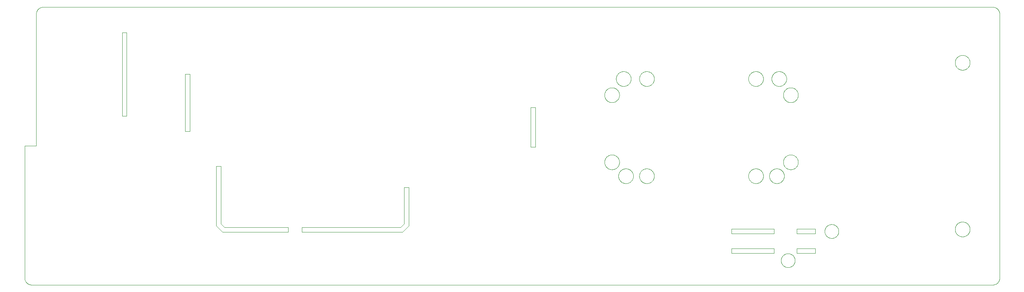
<source format=gko>
G75*
%MOIN*%
%OFA0B0*%
%FSLAX25Y25*%
%IPPOS*%
%LPD*%
%AMOC8*
5,1,8,0,0,1.08239X$1,22.5*
%
%ADD10C,0.00394*%
%ADD11C,0.00400*%
%ADD12C,0.00000*%
D10*
X0064605Y0060114D02*
X0879566Y0060114D01*
X0879718Y0060116D01*
X0879870Y0060122D01*
X0880022Y0060132D01*
X0880173Y0060145D01*
X0880324Y0060163D01*
X0880475Y0060184D01*
X0880625Y0060210D01*
X0880774Y0060239D01*
X0880923Y0060272D01*
X0881070Y0060309D01*
X0881217Y0060349D01*
X0881362Y0060394D01*
X0881506Y0060442D01*
X0881649Y0060494D01*
X0881791Y0060549D01*
X0881931Y0060608D01*
X0882070Y0060671D01*
X0882207Y0060737D01*
X0882342Y0060807D01*
X0882475Y0060880D01*
X0882606Y0060957D01*
X0882736Y0061037D01*
X0882863Y0061120D01*
X0882988Y0061206D01*
X0883111Y0061296D01*
X0883231Y0061389D01*
X0883349Y0061485D01*
X0883465Y0061584D01*
X0883578Y0061686D01*
X0883688Y0061790D01*
X0883796Y0061898D01*
X0883900Y0062008D01*
X0884002Y0062121D01*
X0884101Y0062237D01*
X0884197Y0062355D01*
X0884290Y0062475D01*
X0884380Y0062598D01*
X0884466Y0062723D01*
X0884549Y0062850D01*
X0884629Y0062980D01*
X0884706Y0063111D01*
X0884779Y0063244D01*
X0884849Y0063379D01*
X0884915Y0063516D01*
X0884978Y0063655D01*
X0885037Y0063795D01*
X0885092Y0063937D01*
X0885144Y0064080D01*
X0885192Y0064224D01*
X0885237Y0064369D01*
X0885277Y0064516D01*
X0885314Y0064663D01*
X0885347Y0064812D01*
X0885376Y0064961D01*
X0885402Y0065111D01*
X0885423Y0065262D01*
X0885441Y0065413D01*
X0885454Y0065564D01*
X0885464Y0065716D01*
X0885470Y0065868D01*
X0885472Y0066020D01*
X0885471Y0066020D02*
X0885471Y0290429D01*
X0885472Y0290429D02*
X0885470Y0290581D01*
X0885464Y0290733D01*
X0885454Y0290885D01*
X0885441Y0291036D01*
X0885423Y0291187D01*
X0885402Y0291338D01*
X0885376Y0291488D01*
X0885347Y0291637D01*
X0885314Y0291786D01*
X0885277Y0291933D01*
X0885237Y0292080D01*
X0885192Y0292225D01*
X0885144Y0292369D01*
X0885092Y0292512D01*
X0885037Y0292654D01*
X0884978Y0292794D01*
X0884915Y0292933D01*
X0884849Y0293070D01*
X0884779Y0293205D01*
X0884706Y0293338D01*
X0884629Y0293469D01*
X0884549Y0293599D01*
X0884466Y0293726D01*
X0884380Y0293851D01*
X0884290Y0293974D01*
X0884197Y0294094D01*
X0884101Y0294212D01*
X0884002Y0294328D01*
X0883900Y0294441D01*
X0883796Y0294551D01*
X0883688Y0294659D01*
X0883578Y0294763D01*
X0883465Y0294865D01*
X0883349Y0294964D01*
X0883231Y0295060D01*
X0883111Y0295153D01*
X0882988Y0295243D01*
X0882863Y0295329D01*
X0882736Y0295412D01*
X0882606Y0295492D01*
X0882475Y0295569D01*
X0882342Y0295642D01*
X0882207Y0295712D01*
X0882070Y0295778D01*
X0881931Y0295841D01*
X0881791Y0295900D01*
X0881649Y0295955D01*
X0881506Y0296007D01*
X0881362Y0296055D01*
X0881217Y0296100D01*
X0881070Y0296140D01*
X0880923Y0296177D01*
X0880774Y0296210D01*
X0880625Y0296239D01*
X0880475Y0296265D01*
X0880324Y0296286D01*
X0880173Y0296304D01*
X0880022Y0296317D01*
X0879870Y0296327D01*
X0879718Y0296333D01*
X0879566Y0296335D01*
X0074448Y0296335D01*
X0074296Y0296333D01*
X0074144Y0296327D01*
X0073992Y0296317D01*
X0073841Y0296304D01*
X0073690Y0296286D01*
X0073539Y0296265D01*
X0073389Y0296239D01*
X0073240Y0296210D01*
X0073091Y0296177D01*
X0072944Y0296140D01*
X0072797Y0296100D01*
X0072652Y0296055D01*
X0072508Y0296007D01*
X0072365Y0295955D01*
X0072223Y0295900D01*
X0072083Y0295841D01*
X0071944Y0295778D01*
X0071807Y0295712D01*
X0071672Y0295642D01*
X0071539Y0295569D01*
X0071408Y0295492D01*
X0071278Y0295412D01*
X0071151Y0295329D01*
X0071026Y0295243D01*
X0070903Y0295153D01*
X0070783Y0295060D01*
X0070665Y0294964D01*
X0070549Y0294865D01*
X0070436Y0294763D01*
X0070326Y0294659D01*
X0070218Y0294551D01*
X0070114Y0294441D01*
X0070012Y0294328D01*
X0069913Y0294212D01*
X0069817Y0294094D01*
X0069724Y0293974D01*
X0069634Y0293851D01*
X0069548Y0293726D01*
X0069465Y0293599D01*
X0069385Y0293469D01*
X0069308Y0293338D01*
X0069235Y0293205D01*
X0069165Y0293070D01*
X0069099Y0292933D01*
X0069036Y0292794D01*
X0068977Y0292654D01*
X0068922Y0292512D01*
X0068870Y0292369D01*
X0068822Y0292225D01*
X0068777Y0292080D01*
X0068737Y0291933D01*
X0068700Y0291786D01*
X0068667Y0291637D01*
X0068638Y0291488D01*
X0068612Y0291338D01*
X0068591Y0291187D01*
X0068573Y0291036D01*
X0068560Y0290885D01*
X0068550Y0290733D01*
X0068544Y0290581D01*
X0068542Y0290429D01*
X0068542Y0178224D01*
X0058699Y0178224D01*
X0058699Y0066020D01*
X0058701Y0065868D01*
X0058707Y0065716D01*
X0058717Y0065564D01*
X0058730Y0065413D01*
X0058748Y0065262D01*
X0058769Y0065111D01*
X0058795Y0064961D01*
X0058824Y0064812D01*
X0058857Y0064663D01*
X0058894Y0064516D01*
X0058934Y0064369D01*
X0058979Y0064224D01*
X0059027Y0064080D01*
X0059079Y0063937D01*
X0059134Y0063795D01*
X0059193Y0063655D01*
X0059256Y0063516D01*
X0059322Y0063379D01*
X0059392Y0063244D01*
X0059465Y0063111D01*
X0059542Y0062980D01*
X0059622Y0062850D01*
X0059705Y0062723D01*
X0059791Y0062598D01*
X0059881Y0062475D01*
X0059974Y0062355D01*
X0060070Y0062237D01*
X0060169Y0062121D01*
X0060271Y0062008D01*
X0060375Y0061898D01*
X0060483Y0061790D01*
X0060593Y0061686D01*
X0060706Y0061584D01*
X0060822Y0061485D01*
X0060940Y0061389D01*
X0061060Y0061296D01*
X0061183Y0061206D01*
X0061308Y0061120D01*
X0061435Y0061037D01*
X0061565Y0060957D01*
X0061696Y0060880D01*
X0061829Y0060807D01*
X0061964Y0060737D01*
X0062101Y0060671D01*
X0062240Y0060608D01*
X0062380Y0060549D01*
X0062522Y0060494D01*
X0062665Y0060442D01*
X0062809Y0060394D01*
X0062954Y0060349D01*
X0063101Y0060309D01*
X0063248Y0060272D01*
X0063397Y0060239D01*
X0063546Y0060210D01*
X0063696Y0060184D01*
X0063847Y0060163D01*
X0063998Y0060145D01*
X0064149Y0060132D01*
X0064301Y0060122D01*
X0064453Y0060116D01*
X0064605Y0060114D01*
X0141377Y0203815D02*
X0145314Y0203815D01*
X0145314Y0274681D01*
X0141377Y0274681D01*
X0141377Y0203815D01*
X0658089Y0107600D02*
X0658089Y0103663D01*
X0694310Y0103663D01*
X0694310Y0107600D01*
X0658089Y0107600D01*
X0658089Y0091065D02*
X0658089Y0087128D01*
X0694310Y0087128D01*
X0694310Y0091065D01*
X0658089Y0091065D01*
X0713325Y0091065D02*
X0713325Y0087128D01*
X0729073Y0087128D01*
X0729073Y0091065D01*
X0713325Y0091065D01*
X0713325Y0103663D02*
X0713325Y0107600D01*
X0729073Y0107600D01*
X0729073Y0103663D01*
X0713325Y0103663D01*
D11*
X0491699Y0177364D02*
X0487699Y0177364D01*
X0487699Y0211114D01*
X0491699Y0211114D01*
X0491699Y0177364D01*
X0384449Y0142864D02*
X0384449Y0110364D01*
X0379199Y0105114D01*
X0293949Y0105114D01*
X0293949Y0109114D01*
X0377449Y0109114D01*
X0380449Y0112114D01*
X0380449Y0142864D01*
X0384449Y0142864D01*
X0282199Y0109114D02*
X0282199Y0105114D01*
X0226449Y0105114D01*
X0221199Y0110364D01*
X0221199Y0161114D01*
X0225199Y0161114D01*
X0225199Y0112114D01*
X0228199Y0109114D01*
X0282199Y0109114D01*
X0198699Y0190614D02*
X0194699Y0190614D01*
X0194699Y0239364D01*
X0198699Y0239364D01*
X0198699Y0190614D01*
D12*
X0550432Y0164445D02*
X0550434Y0164603D01*
X0550440Y0164761D01*
X0550450Y0164919D01*
X0550464Y0165077D01*
X0550482Y0165234D01*
X0550503Y0165391D01*
X0550529Y0165547D01*
X0550559Y0165703D01*
X0550592Y0165858D01*
X0550630Y0166011D01*
X0550671Y0166164D01*
X0550716Y0166316D01*
X0550765Y0166467D01*
X0550818Y0166616D01*
X0550874Y0166764D01*
X0550934Y0166910D01*
X0550998Y0167055D01*
X0551066Y0167198D01*
X0551137Y0167340D01*
X0551211Y0167480D01*
X0551289Y0167617D01*
X0551371Y0167753D01*
X0551455Y0167887D01*
X0551544Y0168018D01*
X0551635Y0168147D01*
X0551730Y0168274D01*
X0551827Y0168399D01*
X0551928Y0168521D01*
X0552032Y0168640D01*
X0552139Y0168757D01*
X0552249Y0168871D01*
X0552362Y0168982D01*
X0552477Y0169091D01*
X0552595Y0169196D01*
X0552716Y0169298D01*
X0552839Y0169398D01*
X0552965Y0169494D01*
X0553093Y0169587D01*
X0553223Y0169677D01*
X0553356Y0169763D01*
X0553491Y0169847D01*
X0553627Y0169926D01*
X0553766Y0170003D01*
X0553907Y0170075D01*
X0554049Y0170145D01*
X0554193Y0170210D01*
X0554339Y0170272D01*
X0554486Y0170330D01*
X0554635Y0170385D01*
X0554785Y0170436D01*
X0554936Y0170483D01*
X0555088Y0170526D01*
X0555241Y0170565D01*
X0555396Y0170601D01*
X0555551Y0170632D01*
X0555707Y0170660D01*
X0555863Y0170684D01*
X0556020Y0170704D01*
X0556178Y0170720D01*
X0556335Y0170732D01*
X0556494Y0170740D01*
X0556652Y0170744D01*
X0556810Y0170744D01*
X0556968Y0170740D01*
X0557127Y0170732D01*
X0557284Y0170720D01*
X0557442Y0170704D01*
X0557599Y0170684D01*
X0557755Y0170660D01*
X0557911Y0170632D01*
X0558066Y0170601D01*
X0558221Y0170565D01*
X0558374Y0170526D01*
X0558526Y0170483D01*
X0558677Y0170436D01*
X0558827Y0170385D01*
X0558976Y0170330D01*
X0559123Y0170272D01*
X0559269Y0170210D01*
X0559413Y0170145D01*
X0559555Y0170075D01*
X0559696Y0170003D01*
X0559835Y0169926D01*
X0559971Y0169847D01*
X0560106Y0169763D01*
X0560239Y0169677D01*
X0560369Y0169587D01*
X0560497Y0169494D01*
X0560623Y0169398D01*
X0560746Y0169298D01*
X0560867Y0169196D01*
X0560985Y0169091D01*
X0561100Y0168982D01*
X0561213Y0168871D01*
X0561323Y0168757D01*
X0561430Y0168640D01*
X0561534Y0168521D01*
X0561635Y0168399D01*
X0561732Y0168274D01*
X0561827Y0168147D01*
X0561918Y0168018D01*
X0562007Y0167887D01*
X0562091Y0167753D01*
X0562173Y0167617D01*
X0562251Y0167480D01*
X0562325Y0167340D01*
X0562396Y0167198D01*
X0562464Y0167055D01*
X0562528Y0166910D01*
X0562588Y0166764D01*
X0562644Y0166616D01*
X0562697Y0166467D01*
X0562746Y0166316D01*
X0562791Y0166164D01*
X0562832Y0166011D01*
X0562870Y0165858D01*
X0562903Y0165703D01*
X0562933Y0165547D01*
X0562959Y0165391D01*
X0562980Y0165234D01*
X0562998Y0165077D01*
X0563012Y0164919D01*
X0563022Y0164761D01*
X0563028Y0164603D01*
X0563030Y0164445D01*
X0563028Y0164287D01*
X0563022Y0164129D01*
X0563012Y0163971D01*
X0562998Y0163813D01*
X0562980Y0163656D01*
X0562959Y0163499D01*
X0562933Y0163343D01*
X0562903Y0163187D01*
X0562870Y0163032D01*
X0562832Y0162879D01*
X0562791Y0162726D01*
X0562746Y0162574D01*
X0562697Y0162423D01*
X0562644Y0162274D01*
X0562588Y0162126D01*
X0562528Y0161980D01*
X0562464Y0161835D01*
X0562396Y0161692D01*
X0562325Y0161550D01*
X0562251Y0161410D01*
X0562173Y0161273D01*
X0562091Y0161137D01*
X0562007Y0161003D01*
X0561918Y0160872D01*
X0561827Y0160743D01*
X0561732Y0160616D01*
X0561635Y0160491D01*
X0561534Y0160369D01*
X0561430Y0160250D01*
X0561323Y0160133D01*
X0561213Y0160019D01*
X0561100Y0159908D01*
X0560985Y0159799D01*
X0560867Y0159694D01*
X0560746Y0159592D01*
X0560623Y0159492D01*
X0560497Y0159396D01*
X0560369Y0159303D01*
X0560239Y0159213D01*
X0560106Y0159127D01*
X0559971Y0159043D01*
X0559835Y0158964D01*
X0559696Y0158887D01*
X0559555Y0158815D01*
X0559413Y0158745D01*
X0559269Y0158680D01*
X0559123Y0158618D01*
X0558976Y0158560D01*
X0558827Y0158505D01*
X0558677Y0158454D01*
X0558526Y0158407D01*
X0558374Y0158364D01*
X0558221Y0158325D01*
X0558066Y0158289D01*
X0557911Y0158258D01*
X0557755Y0158230D01*
X0557599Y0158206D01*
X0557442Y0158186D01*
X0557284Y0158170D01*
X0557127Y0158158D01*
X0556968Y0158150D01*
X0556810Y0158146D01*
X0556652Y0158146D01*
X0556494Y0158150D01*
X0556335Y0158158D01*
X0556178Y0158170D01*
X0556020Y0158186D01*
X0555863Y0158206D01*
X0555707Y0158230D01*
X0555551Y0158258D01*
X0555396Y0158289D01*
X0555241Y0158325D01*
X0555088Y0158364D01*
X0554936Y0158407D01*
X0554785Y0158454D01*
X0554635Y0158505D01*
X0554486Y0158560D01*
X0554339Y0158618D01*
X0554193Y0158680D01*
X0554049Y0158745D01*
X0553907Y0158815D01*
X0553766Y0158887D01*
X0553627Y0158964D01*
X0553491Y0159043D01*
X0553356Y0159127D01*
X0553223Y0159213D01*
X0553093Y0159303D01*
X0552965Y0159396D01*
X0552839Y0159492D01*
X0552716Y0159592D01*
X0552595Y0159694D01*
X0552477Y0159799D01*
X0552362Y0159908D01*
X0552249Y0160019D01*
X0552139Y0160133D01*
X0552032Y0160250D01*
X0551928Y0160369D01*
X0551827Y0160491D01*
X0551730Y0160616D01*
X0551635Y0160743D01*
X0551544Y0160872D01*
X0551455Y0161003D01*
X0551371Y0161137D01*
X0551289Y0161273D01*
X0551211Y0161410D01*
X0551137Y0161550D01*
X0551066Y0161692D01*
X0550998Y0161835D01*
X0550934Y0161980D01*
X0550874Y0162126D01*
X0550818Y0162274D01*
X0550765Y0162423D01*
X0550716Y0162574D01*
X0550671Y0162726D01*
X0550630Y0162879D01*
X0550592Y0163032D01*
X0550559Y0163187D01*
X0550529Y0163343D01*
X0550503Y0163499D01*
X0550482Y0163656D01*
X0550464Y0163813D01*
X0550450Y0163971D01*
X0550440Y0164129D01*
X0550434Y0164287D01*
X0550432Y0164445D01*
X0562243Y0152634D02*
X0562245Y0152792D01*
X0562251Y0152950D01*
X0562261Y0153108D01*
X0562275Y0153266D01*
X0562293Y0153423D01*
X0562314Y0153580D01*
X0562340Y0153736D01*
X0562370Y0153892D01*
X0562403Y0154047D01*
X0562441Y0154200D01*
X0562482Y0154353D01*
X0562527Y0154505D01*
X0562576Y0154656D01*
X0562629Y0154805D01*
X0562685Y0154953D01*
X0562745Y0155099D01*
X0562809Y0155244D01*
X0562877Y0155387D01*
X0562948Y0155529D01*
X0563022Y0155669D01*
X0563100Y0155806D01*
X0563182Y0155942D01*
X0563266Y0156076D01*
X0563355Y0156207D01*
X0563446Y0156336D01*
X0563541Y0156463D01*
X0563638Y0156588D01*
X0563739Y0156710D01*
X0563843Y0156829D01*
X0563950Y0156946D01*
X0564060Y0157060D01*
X0564173Y0157171D01*
X0564288Y0157280D01*
X0564406Y0157385D01*
X0564527Y0157487D01*
X0564650Y0157587D01*
X0564776Y0157683D01*
X0564904Y0157776D01*
X0565034Y0157866D01*
X0565167Y0157952D01*
X0565302Y0158036D01*
X0565438Y0158115D01*
X0565577Y0158192D01*
X0565718Y0158264D01*
X0565860Y0158334D01*
X0566004Y0158399D01*
X0566150Y0158461D01*
X0566297Y0158519D01*
X0566446Y0158574D01*
X0566596Y0158625D01*
X0566747Y0158672D01*
X0566899Y0158715D01*
X0567052Y0158754D01*
X0567207Y0158790D01*
X0567362Y0158821D01*
X0567518Y0158849D01*
X0567674Y0158873D01*
X0567831Y0158893D01*
X0567989Y0158909D01*
X0568146Y0158921D01*
X0568305Y0158929D01*
X0568463Y0158933D01*
X0568621Y0158933D01*
X0568779Y0158929D01*
X0568938Y0158921D01*
X0569095Y0158909D01*
X0569253Y0158893D01*
X0569410Y0158873D01*
X0569566Y0158849D01*
X0569722Y0158821D01*
X0569877Y0158790D01*
X0570032Y0158754D01*
X0570185Y0158715D01*
X0570337Y0158672D01*
X0570488Y0158625D01*
X0570638Y0158574D01*
X0570787Y0158519D01*
X0570934Y0158461D01*
X0571080Y0158399D01*
X0571224Y0158334D01*
X0571366Y0158264D01*
X0571507Y0158192D01*
X0571646Y0158115D01*
X0571782Y0158036D01*
X0571917Y0157952D01*
X0572050Y0157866D01*
X0572180Y0157776D01*
X0572308Y0157683D01*
X0572434Y0157587D01*
X0572557Y0157487D01*
X0572678Y0157385D01*
X0572796Y0157280D01*
X0572911Y0157171D01*
X0573024Y0157060D01*
X0573134Y0156946D01*
X0573241Y0156829D01*
X0573345Y0156710D01*
X0573446Y0156588D01*
X0573543Y0156463D01*
X0573638Y0156336D01*
X0573729Y0156207D01*
X0573818Y0156076D01*
X0573902Y0155942D01*
X0573984Y0155806D01*
X0574062Y0155669D01*
X0574136Y0155529D01*
X0574207Y0155387D01*
X0574275Y0155244D01*
X0574339Y0155099D01*
X0574399Y0154953D01*
X0574455Y0154805D01*
X0574508Y0154656D01*
X0574557Y0154505D01*
X0574602Y0154353D01*
X0574643Y0154200D01*
X0574681Y0154047D01*
X0574714Y0153892D01*
X0574744Y0153736D01*
X0574770Y0153580D01*
X0574791Y0153423D01*
X0574809Y0153266D01*
X0574823Y0153108D01*
X0574833Y0152950D01*
X0574839Y0152792D01*
X0574841Y0152634D01*
X0574839Y0152476D01*
X0574833Y0152318D01*
X0574823Y0152160D01*
X0574809Y0152002D01*
X0574791Y0151845D01*
X0574770Y0151688D01*
X0574744Y0151532D01*
X0574714Y0151376D01*
X0574681Y0151221D01*
X0574643Y0151068D01*
X0574602Y0150915D01*
X0574557Y0150763D01*
X0574508Y0150612D01*
X0574455Y0150463D01*
X0574399Y0150315D01*
X0574339Y0150169D01*
X0574275Y0150024D01*
X0574207Y0149881D01*
X0574136Y0149739D01*
X0574062Y0149599D01*
X0573984Y0149462D01*
X0573902Y0149326D01*
X0573818Y0149192D01*
X0573729Y0149061D01*
X0573638Y0148932D01*
X0573543Y0148805D01*
X0573446Y0148680D01*
X0573345Y0148558D01*
X0573241Y0148439D01*
X0573134Y0148322D01*
X0573024Y0148208D01*
X0572911Y0148097D01*
X0572796Y0147988D01*
X0572678Y0147883D01*
X0572557Y0147781D01*
X0572434Y0147681D01*
X0572308Y0147585D01*
X0572180Y0147492D01*
X0572050Y0147402D01*
X0571917Y0147316D01*
X0571782Y0147232D01*
X0571646Y0147153D01*
X0571507Y0147076D01*
X0571366Y0147004D01*
X0571224Y0146934D01*
X0571080Y0146869D01*
X0570934Y0146807D01*
X0570787Y0146749D01*
X0570638Y0146694D01*
X0570488Y0146643D01*
X0570337Y0146596D01*
X0570185Y0146553D01*
X0570032Y0146514D01*
X0569877Y0146478D01*
X0569722Y0146447D01*
X0569566Y0146419D01*
X0569410Y0146395D01*
X0569253Y0146375D01*
X0569095Y0146359D01*
X0568938Y0146347D01*
X0568779Y0146339D01*
X0568621Y0146335D01*
X0568463Y0146335D01*
X0568305Y0146339D01*
X0568146Y0146347D01*
X0567989Y0146359D01*
X0567831Y0146375D01*
X0567674Y0146395D01*
X0567518Y0146419D01*
X0567362Y0146447D01*
X0567207Y0146478D01*
X0567052Y0146514D01*
X0566899Y0146553D01*
X0566747Y0146596D01*
X0566596Y0146643D01*
X0566446Y0146694D01*
X0566297Y0146749D01*
X0566150Y0146807D01*
X0566004Y0146869D01*
X0565860Y0146934D01*
X0565718Y0147004D01*
X0565577Y0147076D01*
X0565438Y0147153D01*
X0565302Y0147232D01*
X0565167Y0147316D01*
X0565034Y0147402D01*
X0564904Y0147492D01*
X0564776Y0147585D01*
X0564650Y0147681D01*
X0564527Y0147781D01*
X0564406Y0147883D01*
X0564288Y0147988D01*
X0564173Y0148097D01*
X0564060Y0148208D01*
X0563950Y0148322D01*
X0563843Y0148439D01*
X0563739Y0148558D01*
X0563638Y0148680D01*
X0563541Y0148805D01*
X0563446Y0148932D01*
X0563355Y0149061D01*
X0563266Y0149192D01*
X0563182Y0149326D01*
X0563100Y0149462D01*
X0563022Y0149599D01*
X0562948Y0149739D01*
X0562877Y0149881D01*
X0562809Y0150024D01*
X0562745Y0150169D01*
X0562685Y0150315D01*
X0562629Y0150463D01*
X0562576Y0150612D01*
X0562527Y0150763D01*
X0562482Y0150915D01*
X0562441Y0151068D01*
X0562403Y0151221D01*
X0562370Y0151376D01*
X0562340Y0151532D01*
X0562314Y0151688D01*
X0562293Y0151845D01*
X0562275Y0152002D01*
X0562261Y0152160D01*
X0562251Y0152318D01*
X0562245Y0152476D01*
X0562243Y0152634D01*
X0579960Y0152634D02*
X0579962Y0152792D01*
X0579968Y0152950D01*
X0579978Y0153108D01*
X0579992Y0153266D01*
X0580010Y0153423D01*
X0580031Y0153580D01*
X0580057Y0153736D01*
X0580087Y0153892D01*
X0580120Y0154047D01*
X0580158Y0154200D01*
X0580199Y0154353D01*
X0580244Y0154505D01*
X0580293Y0154656D01*
X0580346Y0154805D01*
X0580402Y0154953D01*
X0580462Y0155099D01*
X0580526Y0155244D01*
X0580594Y0155387D01*
X0580665Y0155529D01*
X0580739Y0155669D01*
X0580817Y0155806D01*
X0580899Y0155942D01*
X0580983Y0156076D01*
X0581072Y0156207D01*
X0581163Y0156336D01*
X0581258Y0156463D01*
X0581355Y0156588D01*
X0581456Y0156710D01*
X0581560Y0156829D01*
X0581667Y0156946D01*
X0581777Y0157060D01*
X0581890Y0157171D01*
X0582005Y0157280D01*
X0582123Y0157385D01*
X0582244Y0157487D01*
X0582367Y0157587D01*
X0582493Y0157683D01*
X0582621Y0157776D01*
X0582751Y0157866D01*
X0582884Y0157952D01*
X0583019Y0158036D01*
X0583155Y0158115D01*
X0583294Y0158192D01*
X0583435Y0158264D01*
X0583577Y0158334D01*
X0583721Y0158399D01*
X0583867Y0158461D01*
X0584014Y0158519D01*
X0584163Y0158574D01*
X0584313Y0158625D01*
X0584464Y0158672D01*
X0584616Y0158715D01*
X0584769Y0158754D01*
X0584924Y0158790D01*
X0585079Y0158821D01*
X0585235Y0158849D01*
X0585391Y0158873D01*
X0585548Y0158893D01*
X0585706Y0158909D01*
X0585863Y0158921D01*
X0586022Y0158929D01*
X0586180Y0158933D01*
X0586338Y0158933D01*
X0586496Y0158929D01*
X0586655Y0158921D01*
X0586812Y0158909D01*
X0586970Y0158893D01*
X0587127Y0158873D01*
X0587283Y0158849D01*
X0587439Y0158821D01*
X0587594Y0158790D01*
X0587749Y0158754D01*
X0587902Y0158715D01*
X0588054Y0158672D01*
X0588205Y0158625D01*
X0588355Y0158574D01*
X0588504Y0158519D01*
X0588651Y0158461D01*
X0588797Y0158399D01*
X0588941Y0158334D01*
X0589083Y0158264D01*
X0589224Y0158192D01*
X0589363Y0158115D01*
X0589499Y0158036D01*
X0589634Y0157952D01*
X0589767Y0157866D01*
X0589897Y0157776D01*
X0590025Y0157683D01*
X0590151Y0157587D01*
X0590274Y0157487D01*
X0590395Y0157385D01*
X0590513Y0157280D01*
X0590628Y0157171D01*
X0590741Y0157060D01*
X0590851Y0156946D01*
X0590958Y0156829D01*
X0591062Y0156710D01*
X0591163Y0156588D01*
X0591260Y0156463D01*
X0591355Y0156336D01*
X0591446Y0156207D01*
X0591535Y0156076D01*
X0591619Y0155942D01*
X0591701Y0155806D01*
X0591779Y0155669D01*
X0591853Y0155529D01*
X0591924Y0155387D01*
X0591992Y0155244D01*
X0592056Y0155099D01*
X0592116Y0154953D01*
X0592172Y0154805D01*
X0592225Y0154656D01*
X0592274Y0154505D01*
X0592319Y0154353D01*
X0592360Y0154200D01*
X0592398Y0154047D01*
X0592431Y0153892D01*
X0592461Y0153736D01*
X0592487Y0153580D01*
X0592508Y0153423D01*
X0592526Y0153266D01*
X0592540Y0153108D01*
X0592550Y0152950D01*
X0592556Y0152792D01*
X0592558Y0152634D01*
X0592556Y0152476D01*
X0592550Y0152318D01*
X0592540Y0152160D01*
X0592526Y0152002D01*
X0592508Y0151845D01*
X0592487Y0151688D01*
X0592461Y0151532D01*
X0592431Y0151376D01*
X0592398Y0151221D01*
X0592360Y0151068D01*
X0592319Y0150915D01*
X0592274Y0150763D01*
X0592225Y0150612D01*
X0592172Y0150463D01*
X0592116Y0150315D01*
X0592056Y0150169D01*
X0591992Y0150024D01*
X0591924Y0149881D01*
X0591853Y0149739D01*
X0591779Y0149599D01*
X0591701Y0149462D01*
X0591619Y0149326D01*
X0591535Y0149192D01*
X0591446Y0149061D01*
X0591355Y0148932D01*
X0591260Y0148805D01*
X0591163Y0148680D01*
X0591062Y0148558D01*
X0590958Y0148439D01*
X0590851Y0148322D01*
X0590741Y0148208D01*
X0590628Y0148097D01*
X0590513Y0147988D01*
X0590395Y0147883D01*
X0590274Y0147781D01*
X0590151Y0147681D01*
X0590025Y0147585D01*
X0589897Y0147492D01*
X0589767Y0147402D01*
X0589634Y0147316D01*
X0589499Y0147232D01*
X0589363Y0147153D01*
X0589224Y0147076D01*
X0589083Y0147004D01*
X0588941Y0146934D01*
X0588797Y0146869D01*
X0588651Y0146807D01*
X0588504Y0146749D01*
X0588355Y0146694D01*
X0588205Y0146643D01*
X0588054Y0146596D01*
X0587902Y0146553D01*
X0587749Y0146514D01*
X0587594Y0146478D01*
X0587439Y0146447D01*
X0587283Y0146419D01*
X0587127Y0146395D01*
X0586970Y0146375D01*
X0586812Y0146359D01*
X0586655Y0146347D01*
X0586496Y0146339D01*
X0586338Y0146335D01*
X0586180Y0146335D01*
X0586022Y0146339D01*
X0585863Y0146347D01*
X0585706Y0146359D01*
X0585548Y0146375D01*
X0585391Y0146395D01*
X0585235Y0146419D01*
X0585079Y0146447D01*
X0584924Y0146478D01*
X0584769Y0146514D01*
X0584616Y0146553D01*
X0584464Y0146596D01*
X0584313Y0146643D01*
X0584163Y0146694D01*
X0584014Y0146749D01*
X0583867Y0146807D01*
X0583721Y0146869D01*
X0583577Y0146934D01*
X0583435Y0147004D01*
X0583294Y0147076D01*
X0583155Y0147153D01*
X0583019Y0147232D01*
X0582884Y0147316D01*
X0582751Y0147402D01*
X0582621Y0147492D01*
X0582493Y0147585D01*
X0582367Y0147681D01*
X0582244Y0147781D01*
X0582123Y0147883D01*
X0582005Y0147988D01*
X0581890Y0148097D01*
X0581777Y0148208D01*
X0581667Y0148322D01*
X0581560Y0148439D01*
X0581456Y0148558D01*
X0581355Y0148680D01*
X0581258Y0148805D01*
X0581163Y0148932D01*
X0581072Y0149061D01*
X0580983Y0149192D01*
X0580899Y0149326D01*
X0580817Y0149462D01*
X0580739Y0149599D01*
X0580665Y0149739D01*
X0580594Y0149881D01*
X0580526Y0150024D01*
X0580462Y0150169D01*
X0580402Y0150315D01*
X0580346Y0150463D01*
X0580293Y0150612D01*
X0580244Y0150763D01*
X0580199Y0150915D01*
X0580158Y0151068D01*
X0580120Y0151221D01*
X0580087Y0151376D01*
X0580057Y0151532D01*
X0580031Y0151688D01*
X0580010Y0151845D01*
X0579992Y0152002D01*
X0579978Y0152160D01*
X0579968Y0152318D01*
X0579962Y0152476D01*
X0579960Y0152634D01*
X0672479Y0152634D02*
X0672481Y0152792D01*
X0672487Y0152950D01*
X0672497Y0153108D01*
X0672511Y0153266D01*
X0672529Y0153423D01*
X0672550Y0153580D01*
X0672576Y0153736D01*
X0672606Y0153892D01*
X0672639Y0154047D01*
X0672677Y0154200D01*
X0672718Y0154353D01*
X0672763Y0154505D01*
X0672812Y0154656D01*
X0672865Y0154805D01*
X0672921Y0154953D01*
X0672981Y0155099D01*
X0673045Y0155244D01*
X0673113Y0155387D01*
X0673184Y0155529D01*
X0673258Y0155669D01*
X0673336Y0155806D01*
X0673418Y0155942D01*
X0673502Y0156076D01*
X0673591Y0156207D01*
X0673682Y0156336D01*
X0673777Y0156463D01*
X0673874Y0156588D01*
X0673975Y0156710D01*
X0674079Y0156829D01*
X0674186Y0156946D01*
X0674296Y0157060D01*
X0674409Y0157171D01*
X0674524Y0157280D01*
X0674642Y0157385D01*
X0674763Y0157487D01*
X0674886Y0157587D01*
X0675012Y0157683D01*
X0675140Y0157776D01*
X0675270Y0157866D01*
X0675403Y0157952D01*
X0675538Y0158036D01*
X0675674Y0158115D01*
X0675813Y0158192D01*
X0675954Y0158264D01*
X0676096Y0158334D01*
X0676240Y0158399D01*
X0676386Y0158461D01*
X0676533Y0158519D01*
X0676682Y0158574D01*
X0676832Y0158625D01*
X0676983Y0158672D01*
X0677135Y0158715D01*
X0677288Y0158754D01*
X0677443Y0158790D01*
X0677598Y0158821D01*
X0677754Y0158849D01*
X0677910Y0158873D01*
X0678067Y0158893D01*
X0678225Y0158909D01*
X0678382Y0158921D01*
X0678541Y0158929D01*
X0678699Y0158933D01*
X0678857Y0158933D01*
X0679015Y0158929D01*
X0679174Y0158921D01*
X0679331Y0158909D01*
X0679489Y0158893D01*
X0679646Y0158873D01*
X0679802Y0158849D01*
X0679958Y0158821D01*
X0680113Y0158790D01*
X0680268Y0158754D01*
X0680421Y0158715D01*
X0680573Y0158672D01*
X0680724Y0158625D01*
X0680874Y0158574D01*
X0681023Y0158519D01*
X0681170Y0158461D01*
X0681316Y0158399D01*
X0681460Y0158334D01*
X0681602Y0158264D01*
X0681743Y0158192D01*
X0681882Y0158115D01*
X0682018Y0158036D01*
X0682153Y0157952D01*
X0682286Y0157866D01*
X0682416Y0157776D01*
X0682544Y0157683D01*
X0682670Y0157587D01*
X0682793Y0157487D01*
X0682914Y0157385D01*
X0683032Y0157280D01*
X0683147Y0157171D01*
X0683260Y0157060D01*
X0683370Y0156946D01*
X0683477Y0156829D01*
X0683581Y0156710D01*
X0683682Y0156588D01*
X0683779Y0156463D01*
X0683874Y0156336D01*
X0683965Y0156207D01*
X0684054Y0156076D01*
X0684138Y0155942D01*
X0684220Y0155806D01*
X0684298Y0155669D01*
X0684372Y0155529D01*
X0684443Y0155387D01*
X0684511Y0155244D01*
X0684575Y0155099D01*
X0684635Y0154953D01*
X0684691Y0154805D01*
X0684744Y0154656D01*
X0684793Y0154505D01*
X0684838Y0154353D01*
X0684879Y0154200D01*
X0684917Y0154047D01*
X0684950Y0153892D01*
X0684980Y0153736D01*
X0685006Y0153580D01*
X0685027Y0153423D01*
X0685045Y0153266D01*
X0685059Y0153108D01*
X0685069Y0152950D01*
X0685075Y0152792D01*
X0685077Y0152634D01*
X0685075Y0152476D01*
X0685069Y0152318D01*
X0685059Y0152160D01*
X0685045Y0152002D01*
X0685027Y0151845D01*
X0685006Y0151688D01*
X0684980Y0151532D01*
X0684950Y0151376D01*
X0684917Y0151221D01*
X0684879Y0151068D01*
X0684838Y0150915D01*
X0684793Y0150763D01*
X0684744Y0150612D01*
X0684691Y0150463D01*
X0684635Y0150315D01*
X0684575Y0150169D01*
X0684511Y0150024D01*
X0684443Y0149881D01*
X0684372Y0149739D01*
X0684298Y0149599D01*
X0684220Y0149462D01*
X0684138Y0149326D01*
X0684054Y0149192D01*
X0683965Y0149061D01*
X0683874Y0148932D01*
X0683779Y0148805D01*
X0683682Y0148680D01*
X0683581Y0148558D01*
X0683477Y0148439D01*
X0683370Y0148322D01*
X0683260Y0148208D01*
X0683147Y0148097D01*
X0683032Y0147988D01*
X0682914Y0147883D01*
X0682793Y0147781D01*
X0682670Y0147681D01*
X0682544Y0147585D01*
X0682416Y0147492D01*
X0682286Y0147402D01*
X0682153Y0147316D01*
X0682018Y0147232D01*
X0681882Y0147153D01*
X0681743Y0147076D01*
X0681602Y0147004D01*
X0681460Y0146934D01*
X0681316Y0146869D01*
X0681170Y0146807D01*
X0681023Y0146749D01*
X0680874Y0146694D01*
X0680724Y0146643D01*
X0680573Y0146596D01*
X0680421Y0146553D01*
X0680268Y0146514D01*
X0680113Y0146478D01*
X0679958Y0146447D01*
X0679802Y0146419D01*
X0679646Y0146395D01*
X0679489Y0146375D01*
X0679331Y0146359D01*
X0679174Y0146347D01*
X0679015Y0146339D01*
X0678857Y0146335D01*
X0678699Y0146335D01*
X0678541Y0146339D01*
X0678382Y0146347D01*
X0678225Y0146359D01*
X0678067Y0146375D01*
X0677910Y0146395D01*
X0677754Y0146419D01*
X0677598Y0146447D01*
X0677443Y0146478D01*
X0677288Y0146514D01*
X0677135Y0146553D01*
X0676983Y0146596D01*
X0676832Y0146643D01*
X0676682Y0146694D01*
X0676533Y0146749D01*
X0676386Y0146807D01*
X0676240Y0146869D01*
X0676096Y0146934D01*
X0675954Y0147004D01*
X0675813Y0147076D01*
X0675674Y0147153D01*
X0675538Y0147232D01*
X0675403Y0147316D01*
X0675270Y0147402D01*
X0675140Y0147492D01*
X0675012Y0147585D01*
X0674886Y0147681D01*
X0674763Y0147781D01*
X0674642Y0147883D01*
X0674524Y0147988D01*
X0674409Y0148097D01*
X0674296Y0148208D01*
X0674186Y0148322D01*
X0674079Y0148439D01*
X0673975Y0148558D01*
X0673874Y0148680D01*
X0673777Y0148805D01*
X0673682Y0148932D01*
X0673591Y0149061D01*
X0673502Y0149192D01*
X0673418Y0149326D01*
X0673336Y0149462D01*
X0673258Y0149599D01*
X0673184Y0149739D01*
X0673113Y0149881D01*
X0673045Y0150024D01*
X0672981Y0150169D01*
X0672921Y0150315D01*
X0672865Y0150463D01*
X0672812Y0150612D01*
X0672763Y0150763D01*
X0672718Y0150915D01*
X0672677Y0151068D01*
X0672639Y0151221D01*
X0672606Y0151376D01*
X0672576Y0151532D01*
X0672550Y0151688D01*
X0672529Y0151845D01*
X0672511Y0152002D01*
X0672497Y0152160D01*
X0672487Y0152318D01*
X0672481Y0152476D01*
X0672479Y0152634D01*
X0690196Y0152634D02*
X0690198Y0152792D01*
X0690204Y0152950D01*
X0690214Y0153108D01*
X0690228Y0153266D01*
X0690246Y0153423D01*
X0690267Y0153580D01*
X0690293Y0153736D01*
X0690323Y0153892D01*
X0690356Y0154047D01*
X0690394Y0154200D01*
X0690435Y0154353D01*
X0690480Y0154505D01*
X0690529Y0154656D01*
X0690582Y0154805D01*
X0690638Y0154953D01*
X0690698Y0155099D01*
X0690762Y0155244D01*
X0690830Y0155387D01*
X0690901Y0155529D01*
X0690975Y0155669D01*
X0691053Y0155806D01*
X0691135Y0155942D01*
X0691219Y0156076D01*
X0691308Y0156207D01*
X0691399Y0156336D01*
X0691494Y0156463D01*
X0691591Y0156588D01*
X0691692Y0156710D01*
X0691796Y0156829D01*
X0691903Y0156946D01*
X0692013Y0157060D01*
X0692126Y0157171D01*
X0692241Y0157280D01*
X0692359Y0157385D01*
X0692480Y0157487D01*
X0692603Y0157587D01*
X0692729Y0157683D01*
X0692857Y0157776D01*
X0692987Y0157866D01*
X0693120Y0157952D01*
X0693255Y0158036D01*
X0693391Y0158115D01*
X0693530Y0158192D01*
X0693671Y0158264D01*
X0693813Y0158334D01*
X0693957Y0158399D01*
X0694103Y0158461D01*
X0694250Y0158519D01*
X0694399Y0158574D01*
X0694549Y0158625D01*
X0694700Y0158672D01*
X0694852Y0158715D01*
X0695005Y0158754D01*
X0695160Y0158790D01*
X0695315Y0158821D01*
X0695471Y0158849D01*
X0695627Y0158873D01*
X0695784Y0158893D01*
X0695942Y0158909D01*
X0696099Y0158921D01*
X0696258Y0158929D01*
X0696416Y0158933D01*
X0696574Y0158933D01*
X0696732Y0158929D01*
X0696891Y0158921D01*
X0697048Y0158909D01*
X0697206Y0158893D01*
X0697363Y0158873D01*
X0697519Y0158849D01*
X0697675Y0158821D01*
X0697830Y0158790D01*
X0697985Y0158754D01*
X0698138Y0158715D01*
X0698290Y0158672D01*
X0698441Y0158625D01*
X0698591Y0158574D01*
X0698740Y0158519D01*
X0698887Y0158461D01*
X0699033Y0158399D01*
X0699177Y0158334D01*
X0699319Y0158264D01*
X0699460Y0158192D01*
X0699599Y0158115D01*
X0699735Y0158036D01*
X0699870Y0157952D01*
X0700003Y0157866D01*
X0700133Y0157776D01*
X0700261Y0157683D01*
X0700387Y0157587D01*
X0700510Y0157487D01*
X0700631Y0157385D01*
X0700749Y0157280D01*
X0700864Y0157171D01*
X0700977Y0157060D01*
X0701087Y0156946D01*
X0701194Y0156829D01*
X0701298Y0156710D01*
X0701399Y0156588D01*
X0701496Y0156463D01*
X0701591Y0156336D01*
X0701682Y0156207D01*
X0701771Y0156076D01*
X0701855Y0155942D01*
X0701937Y0155806D01*
X0702015Y0155669D01*
X0702089Y0155529D01*
X0702160Y0155387D01*
X0702228Y0155244D01*
X0702292Y0155099D01*
X0702352Y0154953D01*
X0702408Y0154805D01*
X0702461Y0154656D01*
X0702510Y0154505D01*
X0702555Y0154353D01*
X0702596Y0154200D01*
X0702634Y0154047D01*
X0702667Y0153892D01*
X0702697Y0153736D01*
X0702723Y0153580D01*
X0702744Y0153423D01*
X0702762Y0153266D01*
X0702776Y0153108D01*
X0702786Y0152950D01*
X0702792Y0152792D01*
X0702794Y0152634D01*
X0702792Y0152476D01*
X0702786Y0152318D01*
X0702776Y0152160D01*
X0702762Y0152002D01*
X0702744Y0151845D01*
X0702723Y0151688D01*
X0702697Y0151532D01*
X0702667Y0151376D01*
X0702634Y0151221D01*
X0702596Y0151068D01*
X0702555Y0150915D01*
X0702510Y0150763D01*
X0702461Y0150612D01*
X0702408Y0150463D01*
X0702352Y0150315D01*
X0702292Y0150169D01*
X0702228Y0150024D01*
X0702160Y0149881D01*
X0702089Y0149739D01*
X0702015Y0149599D01*
X0701937Y0149462D01*
X0701855Y0149326D01*
X0701771Y0149192D01*
X0701682Y0149061D01*
X0701591Y0148932D01*
X0701496Y0148805D01*
X0701399Y0148680D01*
X0701298Y0148558D01*
X0701194Y0148439D01*
X0701087Y0148322D01*
X0700977Y0148208D01*
X0700864Y0148097D01*
X0700749Y0147988D01*
X0700631Y0147883D01*
X0700510Y0147781D01*
X0700387Y0147681D01*
X0700261Y0147585D01*
X0700133Y0147492D01*
X0700003Y0147402D01*
X0699870Y0147316D01*
X0699735Y0147232D01*
X0699599Y0147153D01*
X0699460Y0147076D01*
X0699319Y0147004D01*
X0699177Y0146934D01*
X0699033Y0146869D01*
X0698887Y0146807D01*
X0698740Y0146749D01*
X0698591Y0146694D01*
X0698441Y0146643D01*
X0698290Y0146596D01*
X0698138Y0146553D01*
X0697985Y0146514D01*
X0697830Y0146478D01*
X0697675Y0146447D01*
X0697519Y0146419D01*
X0697363Y0146395D01*
X0697206Y0146375D01*
X0697048Y0146359D01*
X0696891Y0146347D01*
X0696732Y0146339D01*
X0696574Y0146335D01*
X0696416Y0146335D01*
X0696258Y0146339D01*
X0696099Y0146347D01*
X0695942Y0146359D01*
X0695784Y0146375D01*
X0695627Y0146395D01*
X0695471Y0146419D01*
X0695315Y0146447D01*
X0695160Y0146478D01*
X0695005Y0146514D01*
X0694852Y0146553D01*
X0694700Y0146596D01*
X0694549Y0146643D01*
X0694399Y0146694D01*
X0694250Y0146749D01*
X0694103Y0146807D01*
X0693957Y0146869D01*
X0693813Y0146934D01*
X0693671Y0147004D01*
X0693530Y0147076D01*
X0693391Y0147153D01*
X0693255Y0147232D01*
X0693120Y0147316D01*
X0692987Y0147402D01*
X0692857Y0147492D01*
X0692729Y0147585D01*
X0692603Y0147681D01*
X0692480Y0147781D01*
X0692359Y0147883D01*
X0692241Y0147988D01*
X0692126Y0148097D01*
X0692013Y0148208D01*
X0691903Y0148322D01*
X0691796Y0148439D01*
X0691692Y0148558D01*
X0691591Y0148680D01*
X0691494Y0148805D01*
X0691399Y0148932D01*
X0691308Y0149061D01*
X0691219Y0149192D01*
X0691135Y0149326D01*
X0691053Y0149462D01*
X0690975Y0149599D01*
X0690901Y0149739D01*
X0690830Y0149881D01*
X0690762Y0150024D01*
X0690698Y0150169D01*
X0690638Y0150315D01*
X0690582Y0150463D01*
X0690529Y0150612D01*
X0690480Y0150763D01*
X0690435Y0150915D01*
X0690394Y0151068D01*
X0690356Y0151221D01*
X0690323Y0151376D01*
X0690293Y0151532D01*
X0690267Y0151688D01*
X0690246Y0151845D01*
X0690228Y0152002D01*
X0690214Y0152160D01*
X0690204Y0152318D01*
X0690198Y0152476D01*
X0690196Y0152634D01*
X0702007Y0164445D02*
X0702009Y0164603D01*
X0702015Y0164761D01*
X0702025Y0164919D01*
X0702039Y0165077D01*
X0702057Y0165234D01*
X0702078Y0165391D01*
X0702104Y0165547D01*
X0702134Y0165703D01*
X0702167Y0165858D01*
X0702205Y0166011D01*
X0702246Y0166164D01*
X0702291Y0166316D01*
X0702340Y0166467D01*
X0702393Y0166616D01*
X0702449Y0166764D01*
X0702509Y0166910D01*
X0702573Y0167055D01*
X0702641Y0167198D01*
X0702712Y0167340D01*
X0702786Y0167480D01*
X0702864Y0167617D01*
X0702946Y0167753D01*
X0703030Y0167887D01*
X0703119Y0168018D01*
X0703210Y0168147D01*
X0703305Y0168274D01*
X0703402Y0168399D01*
X0703503Y0168521D01*
X0703607Y0168640D01*
X0703714Y0168757D01*
X0703824Y0168871D01*
X0703937Y0168982D01*
X0704052Y0169091D01*
X0704170Y0169196D01*
X0704291Y0169298D01*
X0704414Y0169398D01*
X0704540Y0169494D01*
X0704668Y0169587D01*
X0704798Y0169677D01*
X0704931Y0169763D01*
X0705066Y0169847D01*
X0705202Y0169926D01*
X0705341Y0170003D01*
X0705482Y0170075D01*
X0705624Y0170145D01*
X0705768Y0170210D01*
X0705914Y0170272D01*
X0706061Y0170330D01*
X0706210Y0170385D01*
X0706360Y0170436D01*
X0706511Y0170483D01*
X0706663Y0170526D01*
X0706816Y0170565D01*
X0706971Y0170601D01*
X0707126Y0170632D01*
X0707282Y0170660D01*
X0707438Y0170684D01*
X0707595Y0170704D01*
X0707753Y0170720D01*
X0707910Y0170732D01*
X0708069Y0170740D01*
X0708227Y0170744D01*
X0708385Y0170744D01*
X0708543Y0170740D01*
X0708702Y0170732D01*
X0708859Y0170720D01*
X0709017Y0170704D01*
X0709174Y0170684D01*
X0709330Y0170660D01*
X0709486Y0170632D01*
X0709641Y0170601D01*
X0709796Y0170565D01*
X0709949Y0170526D01*
X0710101Y0170483D01*
X0710252Y0170436D01*
X0710402Y0170385D01*
X0710551Y0170330D01*
X0710698Y0170272D01*
X0710844Y0170210D01*
X0710988Y0170145D01*
X0711130Y0170075D01*
X0711271Y0170003D01*
X0711410Y0169926D01*
X0711546Y0169847D01*
X0711681Y0169763D01*
X0711814Y0169677D01*
X0711944Y0169587D01*
X0712072Y0169494D01*
X0712198Y0169398D01*
X0712321Y0169298D01*
X0712442Y0169196D01*
X0712560Y0169091D01*
X0712675Y0168982D01*
X0712788Y0168871D01*
X0712898Y0168757D01*
X0713005Y0168640D01*
X0713109Y0168521D01*
X0713210Y0168399D01*
X0713307Y0168274D01*
X0713402Y0168147D01*
X0713493Y0168018D01*
X0713582Y0167887D01*
X0713666Y0167753D01*
X0713748Y0167617D01*
X0713826Y0167480D01*
X0713900Y0167340D01*
X0713971Y0167198D01*
X0714039Y0167055D01*
X0714103Y0166910D01*
X0714163Y0166764D01*
X0714219Y0166616D01*
X0714272Y0166467D01*
X0714321Y0166316D01*
X0714366Y0166164D01*
X0714407Y0166011D01*
X0714445Y0165858D01*
X0714478Y0165703D01*
X0714508Y0165547D01*
X0714534Y0165391D01*
X0714555Y0165234D01*
X0714573Y0165077D01*
X0714587Y0164919D01*
X0714597Y0164761D01*
X0714603Y0164603D01*
X0714605Y0164445D01*
X0714603Y0164287D01*
X0714597Y0164129D01*
X0714587Y0163971D01*
X0714573Y0163813D01*
X0714555Y0163656D01*
X0714534Y0163499D01*
X0714508Y0163343D01*
X0714478Y0163187D01*
X0714445Y0163032D01*
X0714407Y0162879D01*
X0714366Y0162726D01*
X0714321Y0162574D01*
X0714272Y0162423D01*
X0714219Y0162274D01*
X0714163Y0162126D01*
X0714103Y0161980D01*
X0714039Y0161835D01*
X0713971Y0161692D01*
X0713900Y0161550D01*
X0713826Y0161410D01*
X0713748Y0161273D01*
X0713666Y0161137D01*
X0713582Y0161003D01*
X0713493Y0160872D01*
X0713402Y0160743D01*
X0713307Y0160616D01*
X0713210Y0160491D01*
X0713109Y0160369D01*
X0713005Y0160250D01*
X0712898Y0160133D01*
X0712788Y0160019D01*
X0712675Y0159908D01*
X0712560Y0159799D01*
X0712442Y0159694D01*
X0712321Y0159592D01*
X0712198Y0159492D01*
X0712072Y0159396D01*
X0711944Y0159303D01*
X0711814Y0159213D01*
X0711681Y0159127D01*
X0711546Y0159043D01*
X0711410Y0158964D01*
X0711271Y0158887D01*
X0711130Y0158815D01*
X0710988Y0158745D01*
X0710844Y0158680D01*
X0710698Y0158618D01*
X0710551Y0158560D01*
X0710402Y0158505D01*
X0710252Y0158454D01*
X0710101Y0158407D01*
X0709949Y0158364D01*
X0709796Y0158325D01*
X0709641Y0158289D01*
X0709486Y0158258D01*
X0709330Y0158230D01*
X0709174Y0158206D01*
X0709017Y0158186D01*
X0708859Y0158170D01*
X0708702Y0158158D01*
X0708543Y0158150D01*
X0708385Y0158146D01*
X0708227Y0158146D01*
X0708069Y0158150D01*
X0707910Y0158158D01*
X0707753Y0158170D01*
X0707595Y0158186D01*
X0707438Y0158206D01*
X0707282Y0158230D01*
X0707126Y0158258D01*
X0706971Y0158289D01*
X0706816Y0158325D01*
X0706663Y0158364D01*
X0706511Y0158407D01*
X0706360Y0158454D01*
X0706210Y0158505D01*
X0706061Y0158560D01*
X0705914Y0158618D01*
X0705768Y0158680D01*
X0705624Y0158745D01*
X0705482Y0158815D01*
X0705341Y0158887D01*
X0705202Y0158964D01*
X0705066Y0159043D01*
X0704931Y0159127D01*
X0704798Y0159213D01*
X0704668Y0159303D01*
X0704540Y0159396D01*
X0704414Y0159492D01*
X0704291Y0159592D01*
X0704170Y0159694D01*
X0704052Y0159799D01*
X0703937Y0159908D01*
X0703824Y0160019D01*
X0703714Y0160133D01*
X0703607Y0160250D01*
X0703503Y0160369D01*
X0703402Y0160491D01*
X0703305Y0160616D01*
X0703210Y0160743D01*
X0703119Y0160872D01*
X0703030Y0161003D01*
X0702946Y0161137D01*
X0702864Y0161273D01*
X0702786Y0161410D01*
X0702712Y0161550D01*
X0702641Y0161692D01*
X0702573Y0161835D01*
X0702509Y0161980D01*
X0702449Y0162126D01*
X0702393Y0162274D01*
X0702340Y0162423D01*
X0702291Y0162574D01*
X0702246Y0162726D01*
X0702205Y0162879D01*
X0702167Y0163032D01*
X0702134Y0163187D01*
X0702104Y0163343D01*
X0702078Y0163499D01*
X0702057Y0163656D01*
X0702039Y0163813D01*
X0702025Y0163971D01*
X0702015Y0164129D01*
X0702009Y0164287D01*
X0702007Y0164445D01*
X0702007Y0221531D02*
X0702009Y0221689D01*
X0702015Y0221847D01*
X0702025Y0222005D01*
X0702039Y0222163D01*
X0702057Y0222320D01*
X0702078Y0222477D01*
X0702104Y0222633D01*
X0702134Y0222789D01*
X0702167Y0222944D01*
X0702205Y0223097D01*
X0702246Y0223250D01*
X0702291Y0223402D01*
X0702340Y0223553D01*
X0702393Y0223702D01*
X0702449Y0223850D01*
X0702509Y0223996D01*
X0702573Y0224141D01*
X0702641Y0224284D01*
X0702712Y0224426D01*
X0702786Y0224566D01*
X0702864Y0224703D01*
X0702946Y0224839D01*
X0703030Y0224973D01*
X0703119Y0225104D01*
X0703210Y0225233D01*
X0703305Y0225360D01*
X0703402Y0225485D01*
X0703503Y0225607D01*
X0703607Y0225726D01*
X0703714Y0225843D01*
X0703824Y0225957D01*
X0703937Y0226068D01*
X0704052Y0226177D01*
X0704170Y0226282D01*
X0704291Y0226384D01*
X0704414Y0226484D01*
X0704540Y0226580D01*
X0704668Y0226673D01*
X0704798Y0226763D01*
X0704931Y0226849D01*
X0705066Y0226933D01*
X0705202Y0227012D01*
X0705341Y0227089D01*
X0705482Y0227161D01*
X0705624Y0227231D01*
X0705768Y0227296D01*
X0705914Y0227358D01*
X0706061Y0227416D01*
X0706210Y0227471D01*
X0706360Y0227522D01*
X0706511Y0227569D01*
X0706663Y0227612D01*
X0706816Y0227651D01*
X0706971Y0227687D01*
X0707126Y0227718D01*
X0707282Y0227746D01*
X0707438Y0227770D01*
X0707595Y0227790D01*
X0707753Y0227806D01*
X0707910Y0227818D01*
X0708069Y0227826D01*
X0708227Y0227830D01*
X0708385Y0227830D01*
X0708543Y0227826D01*
X0708702Y0227818D01*
X0708859Y0227806D01*
X0709017Y0227790D01*
X0709174Y0227770D01*
X0709330Y0227746D01*
X0709486Y0227718D01*
X0709641Y0227687D01*
X0709796Y0227651D01*
X0709949Y0227612D01*
X0710101Y0227569D01*
X0710252Y0227522D01*
X0710402Y0227471D01*
X0710551Y0227416D01*
X0710698Y0227358D01*
X0710844Y0227296D01*
X0710988Y0227231D01*
X0711130Y0227161D01*
X0711271Y0227089D01*
X0711410Y0227012D01*
X0711546Y0226933D01*
X0711681Y0226849D01*
X0711814Y0226763D01*
X0711944Y0226673D01*
X0712072Y0226580D01*
X0712198Y0226484D01*
X0712321Y0226384D01*
X0712442Y0226282D01*
X0712560Y0226177D01*
X0712675Y0226068D01*
X0712788Y0225957D01*
X0712898Y0225843D01*
X0713005Y0225726D01*
X0713109Y0225607D01*
X0713210Y0225485D01*
X0713307Y0225360D01*
X0713402Y0225233D01*
X0713493Y0225104D01*
X0713582Y0224973D01*
X0713666Y0224839D01*
X0713748Y0224703D01*
X0713826Y0224566D01*
X0713900Y0224426D01*
X0713971Y0224284D01*
X0714039Y0224141D01*
X0714103Y0223996D01*
X0714163Y0223850D01*
X0714219Y0223702D01*
X0714272Y0223553D01*
X0714321Y0223402D01*
X0714366Y0223250D01*
X0714407Y0223097D01*
X0714445Y0222944D01*
X0714478Y0222789D01*
X0714508Y0222633D01*
X0714534Y0222477D01*
X0714555Y0222320D01*
X0714573Y0222163D01*
X0714587Y0222005D01*
X0714597Y0221847D01*
X0714603Y0221689D01*
X0714605Y0221531D01*
X0714603Y0221373D01*
X0714597Y0221215D01*
X0714587Y0221057D01*
X0714573Y0220899D01*
X0714555Y0220742D01*
X0714534Y0220585D01*
X0714508Y0220429D01*
X0714478Y0220273D01*
X0714445Y0220118D01*
X0714407Y0219965D01*
X0714366Y0219812D01*
X0714321Y0219660D01*
X0714272Y0219509D01*
X0714219Y0219360D01*
X0714163Y0219212D01*
X0714103Y0219066D01*
X0714039Y0218921D01*
X0713971Y0218778D01*
X0713900Y0218636D01*
X0713826Y0218496D01*
X0713748Y0218359D01*
X0713666Y0218223D01*
X0713582Y0218089D01*
X0713493Y0217958D01*
X0713402Y0217829D01*
X0713307Y0217702D01*
X0713210Y0217577D01*
X0713109Y0217455D01*
X0713005Y0217336D01*
X0712898Y0217219D01*
X0712788Y0217105D01*
X0712675Y0216994D01*
X0712560Y0216885D01*
X0712442Y0216780D01*
X0712321Y0216678D01*
X0712198Y0216578D01*
X0712072Y0216482D01*
X0711944Y0216389D01*
X0711814Y0216299D01*
X0711681Y0216213D01*
X0711546Y0216129D01*
X0711410Y0216050D01*
X0711271Y0215973D01*
X0711130Y0215901D01*
X0710988Y0215831D01*
X0710844Y0215766D01*
X0710698Y0215704D01*
X0710551Y0215646D01*
X0710402Y0215591D01*
X0710252Y0215540D01*
X0710101Y0215493D01*
X0709949Y0215450D01*
X0709796Y0215411D01*
X0709641Y0215375D01*
X0709486Y0215344D01*
X0709330Y0215316D01*
X0709174Y0215292D01*
X0709017Y0215272D01*
X0708859Y0215256D01*
X0708702Y0215244D01*
X0708543Y0215236D01*
X0708385Y0215232D01*
X0708227Y0215232D01*
X0708069Y0215236D01*
X0707910Y0215244D01*
X0707753Y0215256D01*
X0707595Y0215272D01*
X0707438Y0215292D01*
X0707282Y0215316D01*
X0707126Y0215344D01*
X0706971Y0215375D01*
X0706816Y0215411D01*
X0706663Y0215450D01*
X0706511Y0215493D01*
X0706360Y0215540D01*
X0706210Y0215591D01*
X0706061Y0215646D01*
X0705914Y0215704D01*
X0705768Y0215766D01*
X0705624Y0215831D01*
X0705482Y0215901D01*
X0705341Y0215973D01*
X0705202Y0216050D01*
X0705066Y0216129D01*
X0704931Y0216213D01*
X0704798Y0216299D01*
X0704668Y0216389D01*
X0704540Y0216482D01*
X0704414Y0216578D01*
X0704291Y0216678D01*
X0704170Y0216780D01*
X0704052Y0216885D01*
X0703937Y0216994D01*
X0703824Y0217105D01*
X0703714Y0217219D01*
X0703607Y0217336D01*
X0703503Y0217455D01*
X0703402Y0217577D01*
X0703305Y0217702D01*
X0703210Y0217829D01*
X0703119Y0217958D01*
X0703030Y0218089D01*
X0702946Y0218223D01*
X0702864Y0218359D01*
X0702786Y0218496D01*
X0702712Y0218636D01*
X0702641Y0218778D01*
X0702573Y0218921D01*
X0702509Y0219066D01*
X0702449Y0219212D01*
X0702393Y0219360D01*
X0702340Y0219509D01*
X0702291Y0219660D01*
X0702246Y0219812D01*
X0702205Y0219965D01*
X0702167Y0220118D01*
X0702134Y0220273D01*
X0702104Y0220429D01*
X0702078Y0220585D01*
X0702057Y0220742D01*
X0702039Y0220899D01*
X0702025Y0221057D01*
X0702015Y0221215D01*
X0702009Y0221373D01*
X0702007Y0221531D01*
X0692164Y0235311D02*
X0692166Y0235469D01*
X0692172Y0235627D01*
X0692182Y0235785D01*
X0692196Y0235943D01*
X0692214Y0236100D01*
X0692235Y0236257D01*
X0692261Y0236413D01*
X0692291Y0236569D01*
X0692324Y0236724D01*
X0692362Y0236877D01*
X0692403Y0237030D01*
X0692448Y0237182D01*
X0692497Y0237333D01*
X0692550Y0237482D01*
X0692606Y0237630D01*
X0692666Y0237776D01*
X0692730Y0237921D01*
X0692798Y0238064D01*
X0692869Y0238206D01*
X0692943Y0238346D01*
X0693021Y0238483D01*
X0693103Y0238619D01*
X0693187Y0238753D01*
X0693276Y0238884D01*
X0693367Y0239013D01*
X0693462Y0239140D01*
X0693559Y0239265D01*
X0693660Y0239387D01*
X0693764Y0239506D01*
X0693871Y0239623D01*
X0693981Y0239737D01*
X0694094Y0239848D01*
X0694209Y0239957D01*
X0694327Y0240062D01*
X0694448Y0240164D01*
X0694571Y0240264D01*
X0694697Y0240360D01*
X0694825Y0240453D01*
X0694955Y0240543D01*
X0695088Y0240629D01*
X0695223Y0240713D01*
X0695359Y0240792D01*
X0695498Y0240869D01*
X0695639Y0240941D01*
X0695781Y0241011D01*
X0695925Y0241076D01*
X0696071Y0241138D01*
X0696218Y0241196D01*
X0696367Y0241251D01*
X0696517Y0241302D01*
X0696668Y0241349D01*
X0696820Y0241392D01*
X0696973Y0241431D01*
X0697128Y0241467D01*
X0697283Y0241498D01*
X0697439Y0241526D01*
X0697595Y0241550D01*
X0697752Y0241570D01*
X0697910Y0241586D01*
X0698067Y0241598D01*
X0698226Y0241606D01*
X0698384Y0241610D01*
X0698542Y0241610D01*
X0698700Y0241606D01*
X0698859Y0241598D01*
X0699016Y0241586D01*
X0699174Y0241570D01*
X0699331Y0241550D01*
X0699487Y0241526D01*
X0699643Y0241498D01*
X0699798Y0241467D01*
X0699953Y0241431D01*
X0700106Y0241392D01*
X0700258Y0241349D01*
X0700409Y0241302D01*
X0700559Y0241251D01*
X0700708Y0241196D01*
X0700855Y0241138D01*
X0701001Y0241076D01*
X0701145Y0241011D01*
X0701287Y0240941D01*
X0701428Y0240869D01*
X0701567Y0240792D01*
X0701703Y0240713D01*
X0701838Y0240629D01*
X0701971Y0240543D01*
X0702101Y0240453D01*
X0702229Y0240360D01*
X0702355Y0240264D01*
X0702478Y0240164D01*
X0702599Y0240062D01*
X0702717Y0239957D01*
X0702832Y0239848D01*
X0702945Y0239737D01*
X0703055Y0239623D01*
X0703162Y0239506D01*
X0703266Y0239387D01*
X0703367Y0239265D01*
X0703464Y0239140D01*
X0703559Y0239013D01*
X0703650Y0238884D01*
X0703739Y0238753D01*
X0703823Y0238619D01*
X0703905Y0238483D01*
X0703983Y0238346D01*
X0704057Y0238206D01*
X0704128Y0238064D01*
X0704196Y0237921D01*
X0704260Y0237776D01*
X0704320Y0237630D01*
X0704376Y0237482D01*
X0704429Y0237333D01*
X0704478Y0237182D01*
X0704523Y0237030D01*
X0704564Y0236877D01*
X0704602Y0236724D01*
X0704635Y0236569D01*
X0704665Y0236413D01*
X0704691Y0236257D01*
X0704712Y0236100D01*
X0704730Y0235943D01*
X0704744Y0235785D01*
X0704754Y0235627D01*
X0704760Y0235469D01*
X0704762Y0235311D01*
X0704760Y0235153D01*
X0704754Y0234995D01*
X0704744Y0234837D01*
X0704730Y0234679D01*
X0704712Y0234522D01*
X0704691Y0234365D01*
X0704665Y0234209D01*
X0704635Y0234053D01*
X0704602Y0233898D01*
X0704564Y0233745D01*
X0704523Y0233592D01*
X0704478Y0233440D01*
X0704429Y0233289D01*
X0704376Y0233140D01*
X0704320Y0232992D01*
X0704260Y0232846D01*
X0704196Y0232701D01*
X0704128Y0232558D01*
X0704057Y0232416D01*
X0703983Y0232276D01*
X0703905Y0232139D01*
X0703823Y0232003D01*
X0703739Y0231869D01*
X0703650Y0231738D01*
X0703559Y0231609D01*
X0703464Y0231482D01*
X0703367Y0231357D01*
X0703266Y0231235D01*
X0703162Y0231116D01*
X0703055Y0230999D01*
X0702945Y0230885D01*
X0702832Y0230774D01*
X0702717Y0230665D01*
X0702599Y0230560D01*
X0702478Y0230458D01*
X0702355Y0230358D01*
X0702229Y0230262D01*
X0702101Y0230169D01*
X0701971Y0230079D01*
X0701838Y0229993D01*
X0701703Y0229909D01*
X0701567Y0229830D01*
X0701428Y0229753D01*
X0701287Y0229681D01*
X0701145Y0229611D01*
X0701001Y0229546D01*
X0700855Y0229484D01*
X0700708Y0229426D01*
X0700559Y0229371D01*
X0700409Y0229320D01*
X0700258Y0229273D01*
X0700106Y0229230D01*
X0699953Y0229191D01*
X0699798Y0229155D01*
X0699643Y0229124D01*
X0699487Y0229096D01*
X0699331Y0229072D01*
X0699174Y0229052D01*
X0699016Y0229036D01*
X0698859Y0229024D01*
X0698700Y0229016D01*
X0698542Y0229012D01*
X0698384Y0229012D01*
X0698226Y0229016D01*
X0698067Y0229024D01*
X0697910Y0229036D01*
X0697752Y0229052D01*
X0697595Y0229072D01*
X0697439Y0229096D01*
X0697283Y0229124D01*
X0697128Y0229155D01*
X0696973Y0229191D01*
X0696820Y0229230D01*
X0696668Y0229273D01*
X0696517Y0229320D01*
X0696367Y0229371D01*
X0696218Y0229426D01*
X0696071Y0229484D01*
X0695925Y0229546D01*
X0695781Y0229611D01*
X0695639Y0229681D01*
X0695498Y0229753D01*
X0695359Y0229830D01*
X0695223Y0229909D01*
X0695088Y0229993D01*
X0694955Y0230079D01*
X0694825Y0230169D01*
X0694697Y0230262D01*
X0694571Y0230358D01*
X0694448Y0230458D01*
X0694327Y0230560D01*
X0694209Y0230665D01*
X0694094Y0230774D01*
X0693981Y0230885D01*
X0693871Y0230999D01*
X0693764Y0231116D01*
X0693660Y0231235D01*
X0693559Y0231357D01*
X0693462Y0231482D01*
X0693367Y0231609D01*
X0693276Y0231738D01*
X0693187Y0231869D01*
X0693103Y0232003D01*
X0693021Y0232139D01*
X0692943Y0232276D01*
X0692869Y0232416D01*
X0692798Y0232558D01*
X0692730Y0232701D01*
X0692666Y0232846D01*
X0692606Y0232992D01*
X0692550Y0233140D01*
X0692497Y0233289D01*
X0692448Y0233440D01*
X0692403Y0233592D01*
X0692362Y0233745D01*
X0692324Y0233898D01*
X0692291Y0234053D01*
X0692261Y0234209D01*
X0692235Y0234365D01*
X0692214Y0234522D01*
X0692196Y0234679D01*
X0692182Y0234837D01*
X0692172Y0234995D01*
X0692166Y0235153D01*
X0692164Y0235311D01*
X0672479Y0235311D02*
X0672481Y0235469D01*
X0672487Y0235627D01*
X0672497Y0235785D01*
X0672511Y0235943D01*
X0672529Y0236100D01*
X0672550Y0236257D01*
X0672576Y0236413D01*
X0672606Y0236569D01*
X0672639Y0236724D01*
X0672677Y0236877D01*
X0672718Y0237030D01*
X0672763Y0237182D01*
X0672812Y0237333D01*
X0672865Y0237482D01*
X0672921Y0237630D01*
X0672981Y0237776D01*
X0673045Y0237921D01*
X0673113Y0238064D01*
X0673184Y0238206D01*
X0673258Y0238346D01*
X0673336Y0238483D01*
X0673418Y0238619D01*
X0673502Y0238753D01*
X0673591Y0238884D01*
X0673682Y0239013D01*
X0673777Y0239140D01*
X0673874Y0239265D01*
X0673975Y0239387D01*
X0674079Y0239506D01*
X0674186Y0239623D01*
X0674296Y0239737D01*
X0674409Y0239848D01*
X0674524Y0239957D01*
X0674642Y0240062D01*
X0674763Y0240164D01*
X0674886Y0240264D01*
X0675012Y0240360D01*
X0675140Y0240453D01*
X0675270Y0240543D01*
X0675403Y0240629D01*
X0675538Y0240713D01*
X0675674Y0240792D01*
X0675813Y0240869D01*
X0675954Y0240941D01*
X0676096Y0241011D01*
X0676240Y0241076D01*
X0676386Y0241138D01*
X0676533Y0241196D01*
X0676682Y0241251D01*
X0676832Y0241302D01*
X0676983Y0241349D01*
X0677135Y0241392D01*
X0677288Y0241431D01*
X0677443Y0241467D01*
X0677598Y0241498D01*
X0677754Y0241526D01*
X0677910Y0241550D01*
X0678067Y0241570D01*
X0678225Y0241586D01*
X0678382Y0241598D01*
X0678541Y0241606D01*
X0678699Y0241610D01*
X0678857Y0241610D01*
X0679015Y0241606D01*
X0679174Y0241598D01*
X0679331Y0241586D01*
X0679489Y0241570D01*
X0679646Y0241550D01*
X0679802Y0241526D01*
X0679958Y0241498D01*
X0680113Y0241467D01*
X0680268Y0241431D01*
X0680421Y0241392D01*
X0680573Y0241349D01*
X0680724Y0241302D01*
X0680874Y0241251D01*
X0681023Y0241196D01*
X0681170Y0241138D01*
X0681316Y0241076D01*
X0681460Y0241011D01*
X0681602Y0240941D01*
X0681743Y0240869D01*
X0681882Y0240792D01*
X0682018Y0240713D01*
X0682153Y0240629D01*
X0682286Y0240543D01*
X0682416Y0240453D01*
X0682544Y0240360D01*
X0682670Y0240264D01*
X0682793Y0240164D01*
X0682914Y0240062D01*
X0683032Y0239957D01*
X0683147Y0239848D01*
X0683260Y0239737D01*
X0683370Y0239623D01*
X0683477Y0239506D01*
X0683581Y0239387D01*
X0683682Y0239265D01*
X0683779Y0239140D01*
X0683874Y0239013D01*
X0683965Y0238884D01*
X0684054Y0238753D01*
X0684138Y0238619D01*
X0684220Y0238483D01*
X0684298Y0238346D01*
X0684372Y0238206D01*
X0684443Y0238064D01*
X0684511Y0237921D01*
X0684575Y0237776D01*
X0684635Y0237630D01*
X0684691Y0237482D01*
X0684744Y0237333D01*
X0684793Y0237182D01*
X0684838Y0237030D01*
X0684879Y0236877D01*
X0684917Y0236724D01*
X0684950Y0236569D01*
X0684980Y0236413D01*
X0685006Y0236257D01*
X0685027Y0236100D01*
X0685045Y0235943D01*
X0685059Y0235785D01*
X0685069Y0235627D01*
X0685075Y0235469D01*
X0685077Y0235311D01*
X0685075Y0235153D01*
X0685069Y0234995D01*
X0685059Y0234837D01*
X0685045Y0234679D01*
X0685027Y0234522D01*
X0685006Y0234365D01*
X0684980Y0234209D01*
X0684950Y0234053D01*
X0684917Y0233898D01*
X0684879Y0233745D01*
X0684838Y0233592D01*
X0684793Y0233440D01*
X0684744Y0233289D01*
X0684691Y0233140D01*
X0684635Y0232992D01*
X0684575Y0232846D01*
X0684511Y0232701D01*
X0684443Y0232558D01*
X0684372Y0232416D01*
X0684298Y0232276D01*
X0684220Y0232139D01*
X0684138Y0232003D01*
X0684054Y0231869D01*
X0683965Y0231738D01*
X0683874Y0231609D01*
X0683779Y0231482D01*
X0683682Y0231357D01*
X0683581Y0231235D01*
X0683477Y0231116D01*
X0683370Y0230999D01*
X0683260Y0230885D01*
X0683147Y0230774D01*
X0683032Y0230665D01*
X0682914Y0230560D01*
X0682793Y0230458D01*
X0682670Y0230358D01*
X0682544Y0230262D01*
X0682416Y0230169D01*
X0682286Y0230079D01*
X0682153Y0229993D01*
X0682018Y0229909D01*
X0681882Y0229830D01*
X0681743Y0229753D01*
X0681602Y0229681D01*
X0681460Y0229611D01*
X0681316Y0229546D01*
X0681170Y0229484D01*
X0681023Y0229426D01*
X0680874Y0229371D01*
X0680724Y0229320D01*
X0680573Y0229273D01*
X0680421Y0229230D01*
X0680268Y0229191D01*
X0680113Y0229155D01*
X0679958Y0229124D01*
X0679802Y0229096D01*
X0679646Y0229072D01*
X0679489Y0229052D01*
X0679331Y0229036D01*
X0679174Y0229024D01*
X0679015Y0229016D01*
X0678857Y0229012D01*
X0678699Y0229012D01*
X0678541Y0229016D01*
X0678382Y0229024D01*
X0678225Y0229036D01*
X0678067Y0229052D01*
X0677910Y0229072D01*
X0677754Y0229096D01*
X0677598Y0229124D01*
X0677443Y0229155D01*
X0677288Y0229191D01*
X0677135Y0229230D01*
X0676983Y0229273D01*
X0676832Y0229320D01*
X0676682Y0229371D01*
X0676533Y0229426D01*
X0676386Y0229484D01*
X0676240Y0229546D01*
X0676096Y0229611D01*
X0675954Y0229681D01*
X0675813Y0229753D01*
X0675674Y0229830D01*
X0675538Y0229909D01*
X0675403Y0229993D01*
X0675270Y0230079D01*
X0675140Y0230169D01*
X0675012Y0230262D01*
X0674886Y0230358D01*
X0674763Y0230458D01*
X0674642Y0230560D01*
X0674524Y0230665D01*
X0674409Y0230774D01*
X0674296Y0230885D01*
X0674186Y0230999D01*
X0674079Y0231116D01*
X0673975Y0231235D01*
X0673874Y0231357D01*
X0673777Y0231482D01*
X0673682Y0231609D01*
X0673591Y0231738D01*
X0673502Y0231869D01*
X0673418Y0232003D01*
X0673336Y0232139D01*
X0673258Y0232276D01*
X0673184Y0232416D01*
X0673113Y0232558D01*
X0673045Y0232701D01*
X0672981Y0232846D01*
X0672921Y0232992D01*
X0672865Y0233140D01*
X0672812Y0233289D01*
X0672763Y0233440D01*
X0672718Y0233592D01*
X0672677Y0233745D01*
X0672639Y0233898D01*
X0672606Y0234053D01*
X0672576Y0234209D01*
X0672550Y0234365D01*
X0672529Y0234522D01*
X0672511Y0234679D01*
X0672497Y0234837D01*
X0672487Y0234995D01*
X0672481Y0235153D01*
X0672479Y0235311D01*
X0579960Y0235311D02*
X0579962Y0235469D01*
X0579968Y0235627D01*
X0579978Y0235785D01*
X0579992Y0235943D01*
X0580010Y0236100D01*
X0580031Y0236257D01*
X0580057Y0236413D01*
X0580087Y0236569D01*
X0580120Y0236724D01*
X0580158Y0236877D01*
X0580199Y0237030D01*
X0580244Y0237182D01*
X0580293Y0237333D01*
X0580346Y0237482D01*
X0580402Y0237630D01*
X0580462Y0237776D01*
X0580526Y0237921D01*
X0580594Y0238064D01*
X0580665Y0238206D01*
X0580739Y0238346D01*
X0580817Y0238483D01*
X0580899Y0238619D01*
X0580983Y0238753D01*
X0581072Y0238884D01*
X0581163Y0239013D01*
X0581258Y0239140D01*
X0581355Y0239265D01*
X0581456Y0239387D01*
X0581560Y0239506D01*
X0581667Y0239623D01*
X0581777Y0239737D01*
X0581890Y0239848D01*
X0582005Y0239957D01*
X0582123Y0240062D01*
X0582244Y0240164D01*
X0582367Y0240264D01*
X0582493Y0240360D01*
X0582621Y0240453D01*
X0582751Y0240543D01*
X0582884Y0240629D01*
X0583019Y0240713D01*
X0583155Y0240792D01*
X0583294Y0240869D01*
X0583435Y0240941D01*
X0583577Y0241011D01*
X0583721Y0241076D01*
X0583867Y0241138D01*
X0584014Y0241196D01*
X0584163Y0241251D01*
X0584313Y0241302D01*
X0584464Y0241349D01*
X0584616Y0241392D01*
X0584769Y0241431D01*
X0584924Y0241467D01*
X0585079Y0241498D01*
X0585235Y0241526D01*
X0585391Y0241550D01*
X0585548Y0241570D01*
X0585706Y0241586D01*
X0585863Y0241598D01*
X0586022Y0241606D01*
X0586180Y0241610D01*
X0586338Y0241610D01*
X0586496Y0241606D01*
X0586655Y0241598D01*
X0586812Y0241586D01*
X0586970Y0241570D01*
X0587127Y0241550D01*
X0587283Y0241526D01*
X0587439Y0241498D01*
X0587594Y0241467D01*
X0587749Y0241431D01*
X0587902Y0241392D01*
X0588054Y0241349D01*
X0588205Y0241302D01*
X0588355Y0241251D01*
X0588504Y0241196D01*
X0588651Y0241138D01*
X0588797Y0241076D01*
X0588941Y0241011D01*
X0589083Y0240941D01*
X0589224Y0240869D01*
X0589363Y0240792D01*
X0589499Y0240713D01*
X0589634Y0240629D01*
X0589767Y0240543D01*
X0589897Y0240453D01*
X0590025Y0240360D01*
X0590151Y0240264D01*
X0590274Y0240164D01*
X0590395Y0240062D01*
X0590513Y0239957D01*
X0590628Y0239848D01*
X0590741Y0239737D01*
X0590851Y0239623D01*
X0590958Y0239506D01*
X0591062Y0239387D01*
X0591163Y0239265D01*
X0591260Y0239140D01*
X0591355Y0239013D01*
X0591446Y0238884D01*
X0591535Y0238753D01*
X0591619Y0238619D01*
X0591701Y0238483D01*
X0591779Y0238346D01*
X0591853Y0238206D01*
X0591924Y0238064D01*
X0591992Y0237921D01*
X0592056Y0237776D01*
X0592116Y0237630D01*
X0592172Y0237482D01*
X0592225Y0237333D01*
X0592274Y0237182D01*
X0592319Y0237030D01*
X0592360Y0236877D01*
X0592398Y0236724D01*
X0592431Y0236569D01*
X0592461Y0236413D01*
X0592487Y0236257D01*
X0592508Y0236100D01*
X0592526Y0235943D01*
X0592540Y0235785D01*
X0592550Y0235627D01*
X0592556Y0235469D01*
X0592558Y0235311D01*
X0592556Y0235153D01*
X0592550Y0234995D01*
X0592540Y0234837D01*
X0592526Y0234679D01*
X0592508Y0234522D01*
X0592487Y0234365D01*
X0592461Y0234209D01*
X0592431Y0234053D01*
X0592398Y0233898D01*
X0592360Y0233745D01*
X0592319Y0233592D01*
X0592274Y0233440D01*
X0592225Y0233289D01*
X0592172Y0233140D01*
X0592116Y0232992D01*
X0592056Y0232846D01*
X0591992Y0232701D01*
X0591924Y0232558D01*
X0591853Y0232416D01*
X0591779Y0232276D01*
X0591701Y0232139D01*
X0591619Y0232003D01*
X0591535Y0231869D01*
X0591446Y0231738D01*
X0591355Y0231609D01*
X0591260Y0231482D01*
X0591163Y0231357D01*
X0591062Y0231235D01*
X0590958Y0231116D01*
X0590851Y0230999D01*
X0590741Y0230885D01*
X0590628Y0230774D01*
X0590513Y0230665D01*
X0590395Y0230560D01*
X0590274Y0230458D01*
X0590151Y0230358D01*
X0590025Y0230262D01*
X0589897Y0230169D01*
X0589767Y0230079D01*
X0589634Y0229993D01*
X0589499Y0229909D01*
X0589363Y0229830D01*
X0589224Y0229753D01*
X0589083Y0229681D01*
X0588941Y0229611D01*
X0588797Y0229546D01*
X0588651Y0229484D01*
X0588504Y0229426D01*
X0588355Y0229371D01*
X0588205Y0229320D01*
X0588054Y0229273D01*
X0587902Y0229230D01*
X0587749Y0229191D01*
X0587594Y0229155D01*
X0587439Y0229124D01*
X0587283Y0229096D01*
X0587127Y0229072D01*
X0586970Y0229052D01*
X0586812Y0229036D01*
X0586655Y0229024D01*
X0586496Y0229016D01*
X0586338Y0229012D01*
X0586180Y0229012D01*
X0586022Y0229016D01*
X0585863Y0229024D01*
X0585706Y0229036D01*
X0585548Y0229052D01*
X0585391Y0229072D01*
X0585235Y0229096D01*
X0585079Y0229124D01*
X0584924Y0229155D01*
X0584769Y0229191D01*
X0584616Y0229230D01*
X0584464Y0229273D01*
X0584313Y0229320D01*
X0584163Y0229371D01*
X0584014Y0229426D01*
X0583867Y0229484D01*
X0583721Y0229546D01*
X0583577Y0229611D01*
X0583435Y0229681D01*
X0583294Y0229753D01*
X0583155Y0229830D01*
X0583019Y0229909D01*
X0582884Y0229993D01*
X0582751Y0230079D01*
X0582621Y0230169D01*
X0582493Y0230262D01*
X0582367Y0230358D01*
X0582244Y0230458D01*
X0582123Y0230560D01*
X0582005Y0230665D01*
X0581890Y0230774D01*
X0581777Y0230885D01*
X0581667Y0230999D01*
X0581560Y0231116D01*
X0581456Y0231235D01*
X0581355Y0231357D01*
X0581258Y0231482D01*
X0581163Y0231609D01*
X0581072Y0231738D01*
X0580983Y0231869D01*
X0580899Y0232003D01*
X0580817Y0232139D01*
X0580739Y0232276D01*
X0580665Y0232416D01*
X0580594Y0232558D01*
X0580526Y0232701D01*
X0580462Y0232846D01*
X0580402Y0232992D01*
X0580346Y0233140D01*
X0580293Y0233289D01*
X0580244Y0233440D01*
X0580199Y0233592D01*
X0580158Y0233745D01*
X0580120Y0233898D01*
X0580087Y0234053D01*
X0580057Y0234209D01*
X0580031Y0234365D01*
X0580010Y0234522D01*
X0579992Y0234679D01*
X0579978Y0234837D01*
X0579968Y0234995D01*
X0579962Y0235153D01*
X0579960Y0235311D01*
X0560274Y0235311D02*
X0560276Y0235469D01*
X0560282Y0235627D01*
X0560292Y0235785D01*
X0560306Y0235943D01*
X0560324Y0236100D01*
X0560345Y0236257D01*
X0560371Y0236413D01*
X0560401Y0236569D01*
X0560434Y0236724D01*
X0560472Y0236877D01*
X0560513Y0237030D01*
X0560558Y0237182D01*
X0560607Y0237333D01*
X0560660Y0237482D01*
X0560716Y0237630D01*
X0560776Y0237776D01*
X0560840Y0237921D01*
X0560908Y0238064D01*
X0560979Y0238206D01*
X0561053Y0238346D01*
X0561131Y0238483D01*
X0561213Y0238619D01*
X0561297Y0238753D01*
X0561386Y0238884D01*
X0561477Y0239013D01*
X0561572Y0239140D01*
X0561669Y0239265D01*
X0561770Y0239387D01*
X0561874Y0239506D01*
X0561981Y0239623D01*
X0562091Y0239737D01*
X0562204Y0239848D01*
X0562319Y0239957D01*
X0562437Y0240062D01*
X0562558Y0240164D01*
X0562681Y0240264D01*
X0562807Y0240360D01*
X0562935Y0240453D01*
X0563065Y0240543D01*
X0563198Y0240629D01*
X0563333Y0240713D01*
X0563469Y0240792D01*
X0563608Y0240869D01*
X0563749Y0240941D01*
X0563891Y0241011D01*
X0564035Y0241076D01*
X0564181Y0241138D01*
X0564328Y0241196D01*
X0564477Y0241251D01*
X0564627Y0241302D01*
X0564778Y0241349D01*
X0564930Y0241392D01*
X0565083Y0241431D01*
X0565238Y0241467D01*
X0565393Y0241498D01*
X0565549Y0241526D01*
X0565705Y0241550D01*
X0565862Y0241570D01*
X0566020Y0241586D01*
X0566177Y0241598D01*
X0566336Y0241606D01*
X0566494Y0241610D01*
X0566652Y0241610D01*
X0566810Y0241606D01*
X0566969Y0241598D01*
X0567126Y0241586D01*
X0567284Y0241570D01*
X0567441Y0241550D01*
X0567597Y0241526D01*
X0567753Y0241498D01*
X0567908Y0241467D01*
X0568063Y0241431D01*
X0568216Y0241392D01*
X0568368Y0241349D01*
X0568519Y0241302D01*
X0568669Y0241251D01*
X0568818Y0241196D01*
X0568965Y0241138D01*
X0569111Y0241076D01*
X0569255Y0241011D01*
X0569397Y0240941D01*
X0569538Y0240869D01*
X0569677Y0240792D01*
X0569813Y0240713D01*
X0569948Y0240629D01*
X0570081Y0240543D01*
X0570211Y0240453D01*
X0570339Y0240360D01*
X0570465Y0240264D01*
X0570588Y0240164D01*
X0570709Y0240062D01*
X0570827Y0239957D01*
X0570942Y0239848D01*
X0571055Y0239737D01*
X0571165Y0239623D01*
X0571272Y0239506D01*
X0571376Y0239387D01*
X0571477Y0239265D01*
X0571574Y0239140D01*
X0571669Y0239013D01*
X0571760Y0238884D01*
X0571849Y0238753D01*
X0571933Y0238619D01*
X0572015Y0238483D01*
X0572093Y0238346D01*
X0572167Y0238206D01*
X0572238Y0238064D01*
X0572306Y0237921D01*
X0572370Y0237776D01*
X0572430Y0237630D01*
X0572486Y0237482D01*
X0572539Y0237333D01*
X0572588Y0237182D01*
X0572633Y0237030D01*
X0572674Y0236877D01*
X0572712Y0236724D01*
X0572745Y0236569D01*
X0572775Y0236413D01*
X0572801Y0236257D01*
X0572822Y0236100D01*
X0572840Y0235943D01*
X0572854Y0235785D01*
X0572864Y0235627D01*
X0572870Y0235469D01*
X0572872Y0235311D01*
X0572870Y0235153D01*
X0572864Y0234995D01*
X0572854Y0234837D01*
X0572840Y0234679D01*
X0572822Y0234522D01*
X0572801Y0234365D01*
X0572775Y0234209D01*
X0572745Y0234053D01*
X0572712Y0233898D01*
X0572674Y0233745D01*
X0572633Y0233592D01*
X0572588Y0233440D01*
X0572539Y0233289D01*
X0572486Y0233140D01*
X0572430Y0232992D01*
X0572370Y0232846D01*
X0572306Y0232701D01*
X0572238Y0232558D01*
X0572167Y0232416D01*
X0572093Y0232276D01*
X0572015Y0232139D01*
X0571933Y0232003D01*
X0571849Y0231869D01*
X0571760Y0231738D01*
X0571669Y0231609D01*
X0571574Y0231482D01*
X0571477Y0231357D01*
X0571376Y0231235D01*
X0571272Y0231116D01*
X0571165Y0230999D01*
X0571055Y0230885D01*
X0570942Y0230774D01*
X0570827Y0230665D01*
X0570709Y0230560D01*
X0570588Y0230458D01*
X0570465Y0230358D01*
X0570339Y0230262D01*
X0570211Y0230169D01*
X0570081Y0230079D01*
X0569948Y0229993D01*
X0569813Y0229909D01*
X0569677Y0229830D01*
X0569538Y0229753D01*
X0569397Y0229681D01*
X0569255Y0229611D01*
X0569111Y0229546D01*
X0568965Y0229484D01*
X0568818Y0229426D01*
X0568669Y0229371D01*
X0568519Y0229320D01*
X0568368Y0229273D01*
X0568216Y0229230D01*
X0568063Y0229191D01*
X0567908Y0229155D01*
X0567753Y0229124D01*
X0567597Y0229096D01*
X0567441Y0229072D01*
X0567284Y0229052D01*
X0567126Y0229036D01*
X0566969Y0229024D01*
X0566810Y0229016D01*
X0566652Y0229012D01*
X0566494Y0229012D01*
X0566336Y0229016D01*
X0566177Y0229024D01*
X0566020Y0229036D01*
X0565862Y0229052D01*
X0565705Y0229072D01*
X0565549Y0229096D01*
X0565393Y0229124D01*
X0565238Y0229155D01*
X0565083Y0229191D01*
X0564930Y0229230D01*
X0564778Y0229273D01*
X0564627Y0229320D01*
X0564477Y0229371D01*
X0564328Y0229426D01*
X0564181Y0229484D01*
X0564035Y0229546D01*
X0563891Y0229611D01*
X0563749Y0229681D01*
X0563608Y0229753D01*
X0563469Y0229830D01*
X0563333Y0229909D01*
X0563198Y0229993D01*
X0563065Y0230079D01*
X0562935Y0230169D01*
X0562807Y0230262D01*
X0562681Y0230358D01*
X0562558Y0230458D01*
X0562437Y0230560D01*
X0562319Y0230665D01*
X0562204Y0230774D01*
X0562091Y0230885D01*
X0561981Y0230999D01*
X0561874Y0231116D01*
X0561770Y0231235D01*
X0561669Y0231357D01*
X0561572Y0231482D01*
X0561477Y0231609D01*
X0561386Y0231738D01*
X0561297Y0231869D01*
X0561213Y0232003D01*
X0561131Y0232139D01*
X0561053Y0232276D01*
X0560979Y0232416D01*
X0560908Y0232558D01*
X0560840Y0232701D01*
X0560776Y0232846D01*
X0560716Y0232992D01*
X0560660Y0233140D01*
X0560607Y0233289D01*
X0560558Y0233440D01*
X0560513Y0233592D01*
X0560472Y0233745D01*
X0560434Y0233898D01*
X0560401Y0234053D01*
X0560371Y0234209D01*
X0560345Y0234365D01*
X0560324Y0234522D01*
X0560306Y0234679D01*
X0560292Y0234837D01*
X0560282Y0234995D01*
X0560276Y0235153D01*
X0560274Y0235311D01*
X0550432Y0221531D02*
X0550434Y0221689D01*
X0550440Y0221847D01*
X0550450Y0222005D01*
X0550464Y0222163D01*
X0550482Y0222320D01*
X0550503Y0222477D01*
X0550529Y0222633D01*
X0550559Y0222789D01*
X0550592Y0222944D01*
X0550630Y0223097D01*
X0550671Y0223250D01*
X0550716Y0223402D01*
X0550765Y0223553D01*
X0550818Y0223702D01*
X0550874Y0223850D01*
X0550934Y0223996D01*
X0550998Y0224141D01*
X0551066Y0224284D01*
X0551137Y0224426D01*
X0551211Y0224566D01*
X0551289Y0224703D01*
X0551371Y0224839D01*
X0551455Y0224973D01*
X0551544Y0225104D01*
X0551635Y0225233D01*
X0551730Y0225360D01*
X0551827Y0225485D01*
X0551928Y0225607D01*
X0552032Y0225726D01*
X0552139Y0225843D01*
X0552249Y0225957D01*
X0552362Y0226068D01*
X0552477Y0226177D01*
X0552595Y0226282D01*
X0552716Y0226384D01*
X0552839Y0226484D01*
X0552965Y0226580D01*
X0553093Y0226673D01*
X0553223Y0226763D01*
X0553356Y0226849D01*
X0553491Y0226933D01*
X0553627Y0227012D01*
X0553766Y0227089D01*
X0553907Y0227161D01*
X0554049Y0227231D01*
X0554193Y0227296D01*
X0554339Y0227358D01*
X0554486Y0227416D01*
X0554635Y0227471D01*
X0554785Y0227522D01*
X0554936Y0227569D01*
X0555088Y0227612D01*
X0555241Y0227651D01*
X0555396Y0227687D01*
X0555551Y0227718D01*
X0555707Y0227746D01*
X0555863Y0227770D01*
X0556020Y0227790D01*
X0556178Y0227806D01*
X0556335Y0227818D01*
X0556494Y0227826D01*
X0556652Y0227830D01*
X0556810Y0227830D01*
X0556968Y0227826D01*
X0557127Y0227818D01*
X0557284Y0227806D01*
X0557442Y0227790D01*
X0557599Y0227770D01*
X0557755Y0227746D01*
X0557911Y0227718D01*
X0558066Y0227687D01*
X0558221Y0227651D01*
X0558374Y0227612D01*
X0558526Y0227569D01*
X0558677Y0227522D01*
X0558827Y0227471D01*
X0558976Y0227416D01*
X0559123Y0227358D01*
X0559269Y0227296D01*
X0559413Y0227231D01*
X0559555Y0227161D01*
X0559696Y0227089D01*
X0559835Y0227012D01*
X0559971Y0226933D01*
X0560106Y0226849D01*
X0560239Y0226763D01*
X0560369Y0226673D01*
X0560497Y0226580D01*
X0560623Y0226484D01*
X0560746Y0226384D01*
X0560867Y0226282D01*
X0560985Y0226177D01*
X0561100Y0226068D01*
X0561213Y0225957D01*
X0561323Y0225843D01*
X0561430Y0225726D01*
X0561534Y0225607D01*
X0561635Y0225485D01*
X0561732Y0225360D01*
X0561827Y0225233D01*
X0561918Y0225104D01*
X0562007Y0224973D01*
X0562091Y0224839D01*
X0562173Y0224703D01*
X0562251Y0224566D01*
X0562325Y0224426D01*
X0562396Y0224284D01*
X0562464Y0224141D01*
X0562528Y0223996D01*
X0562588Y0223850D01*
X0562644Y0223702D01*
X0562697Y0223553D01*
X0562746Y0223402D01*
X0562791Y0223250D01*
X0562832Y0223097D01*
X0562870Y0222944D01*
X0562903Y0222789D01*
X0562933Y0222633D01*
X0562959Y0222477D01*
X0562980Y0222320D01*
X0562998Y0222163D01*
X0563012Y0222005D01*
X0563022Y0221847D01*
X0563028Y0221689D01*
X0563030Y0221531D01*
X0563028Y0221373D01*
X0563022Y0221215D01*
X0563012Y0221057D01*
X0562998Y0220899D01*
X0562980Y0220742D01*
X0562959Y0220585D01*
X0562933Y0220429D01*
X0562903Y0220273D01*
X0562870Y0220118D01*
X0562832Y0219965D01*
X0562791Y0219812D01*
X0562746Y0219660D01*
X0562697Y0219509D01*
X0562644Y0219360D01*
X0562588Y0219212D01*
X0562528Y0219066D01*
X0562464Y0218921D01*
X0562396Y0218778D01*
X0562325Y0218636D01*
X0562251Y0218496D01*
X0562173Y0218359D01*
X0562091Y0218223D01*
X0562007Y0218089D01*
X0561918Y0217958D01*
X0561827Y0217829D01*
X0561732Y0217702D01*
X0561635Y0217577D01*
X0561534Y0217455D01*
X0561430Y0217336D01*
X0561323Y0217219D01*
X0561213Y0217105D01*
X0561100Y0216994D01*
X0560985Y0216885D01*
X0560867Y0216780D01*
X0560746Y0216678D01*
X0560623Y0216578D01*
X0560497Y0216482D01*
X0560369Y0216389D01*
X0560239Y0216299D01*
X0560106Y0216213D01*
X0559971Y0216129D01*
X0559835Y0216050D01*
X0559696Y0215973D01*
X0559555Y0215901D01*
X0559413Y0215831D01*
X0559269Y0215766D01*
X0559123Y0215704D01*
X0558976Y0215646D01*
X0558827Y0215591D01*
X0558677Y0215540D01*
X0558526Y0215493D01*
X0558374Y0215450D01*
X0558221Y0215411D01*
X0558066Y0215375D01*
X0557911Y0215344D01*
X0557755Y0215316D01*
X0557599Y0215292D01*
X0557442Y0215272D01*
X0557284Y0215256D01*
X0557127Y0215244D01*
X0556968Y0215236D01*
X0556810Y0215232D01*
X0556652Y0215232D01*
X0556494Y0215236D01*
X0556335Y0215244D01*
X0556178Y0215256D01*
X0556020Y0215272D01*
X0555863Y0215292D01*
X0555707Y0215316D01*
X0555551Y0215344D01*
X0555396Y0215375D01*
X0555241Y0215411D01*
X0555088Y0215450D01*
X0554936Y0215493D01*
X0554785Y0215540D01*
X0554635Y0215591D01*
X0554486Y0215646D01*
X0554339Y0215704D01*
X0554193Y0215766D01*
X0554049Y0215831D01*
X0553907Y0215901D01*
X0553766Y0215973D01*
X0553627Y0216050D01*
X0553491Y0216129D01*
X0553356Y0216213D01*
X0553223Y0216299D01*
X0553093Y0216389D01*
X0552965Y0216482D01*
X0552839Y0216578D01*
X0552716Y0216678D01*
X0552595Y0216780D01*
X0552477Y0216885D01*
X0552362Y0216994D01*
X0552249Y0217105D01*
X0552139Y0217219D01*
X0552032Y0217336D01*
X0551928Y0217455D01*
X0551827Y0217577D01*
X0551730Y0217702D01*
X0551635Y0217829D01*
X0551544Y0217958D01*
X0551455Y0218089D01*
X0551371Y0218223D01*
X0551289Y0218359D01*
X0551211Y0218496D01*
X0551137Y0218636D01*
X0551066Y0218778D01*
X0550998Y0218921D01*
X0550934Y0219066D01*
X0550874Y0219212D01*
X0550818Y0219360D01*
X0550765Y0219509D01*
X0550716Y0219660D01*
X0550671Y0219812D01*
X0550630Y0219965D01*
X0550592Y0220118D01*
X0550559Y0220273D01*
X0550529Y0220429D01*
X0550503Y0220585D01*
X0550482Y0220742D01*
X0550464Y0220899D01*
X0550450Y0221057D01*
X0550440Y0221215D01*
X0550434Y0221373D01*
X0550432Y0221531D01*
X0847676Y0249091D02*
X0847678Y0249249D01*
X0847684Y0249407D01*
X0847694Y0249565D01*
X0847708Y0249723D01*
X0847726Y0249880D01*
X0847747Y0250037D01*
X0847773Y0250193D01*
X0847803Y0250349D01*
X0847836Y0250504D01*
X0847874Y0250657D01*
X0847915Y0250810D01*
X0847960Y0250962D01*
X0848009Y0251113D01*
X0848062Y0251262D01*
X0848118Y0251410D01*
X0848178Y0251556D01*
X0848242Y0251701D01*
X0848310Y0251844D01*
X0848381Y0251986D01*
X0848455Y0252126D01*
X0848533Y0252263D01*
X0848615Y0252399D01*
X0848699Y0252533D01*
X0848788Y0252664D01*
X0848879Y0252793D01*
X0848974Y0252920D01*
X0849071Y0253045D01*
X0849172Y0253167D01*
X0849276Y0253286D01*
X0849383Y0253403D01*
X0849493Y0253517D01*
X0849606Y0253628D01*
X0849721Y0253737D01*
X0849839Y0253842D01*
X0849960Y0253944D01*
X0850083Y0254044D01*
X0850209Y0254140D01*
X0850337Y0254233D01*
X0850467Y0254323D01*
X0850600Y0254409D01*
X0850735Y0254493D01*
X0850871Y0254572D01*
X0851010Y0254649D01*
X0851151Y0254721D01*
X0851293Y0254791D01*
X0851437Y0254856D01*
X0851583Y0254918D01*
X0851730Y0254976D01*
X0851879Y0255031D01*
X0852029Y0255082D01*
X0852180Y0255129D01*
X0852332Y0255172D01*
X0852485Y0255211D01*
X0852640Y0255247D01*
X0852795Y0255278D01*
X0852951Y0255306D01*
X0853107Y0255330D01*
X0853264Y0255350D01*
X0853422Y0255366D01*
X0853579Y0255378D01*
X0853738Y0255386D01*
X0853896Y0255390D01*
X0854054Y0255390D01*
X0854212Y0255386D01*
X0854371Y0255378D01*
X0854528Y0255366D01*
X0854686Y0255350D01*
X0854843Y0255330D01*
X0854999Y0255306D01*
X0855155Y0255278D01*
X0855310Y0255247D01*
X0855465Y0255211D01*
X0855618Y0255172D01*
X0855770Y0255129D01*
X0855921Y0255082D01*
X0856071Y0255031D01*
X0856220Y0254976D01*
X0856367Y0254918D01*
X0856513Y0254856D01*
X0856657Y0254791D01*
X0856799Y0254721D01*
X0856940Y0254649D01*
X0857079Y0254572D01*
X0857215Y0254493D01*
X0857350Y0254409D01*
X0857483Y0254323D01*
X0857613Y0254233D01*
X0857741Y0254140D01*
X0857867Y0254044D01*
X0857990Y0253944D01*
X0858111Y0253842D01*
X0858229Y0253737D01*
X0858344Y0253628D01*
X0858457Y0253517D01*
X0858567Y0253403D01*
X0858674Y0253286D01*
X0858778Y0253167D01*
X0858879Y0253045D01*
X0858976Y0252920D01*
X0859071Y0252793D01*
X0859162Y0252664D01*
X0859251Y0252533D01*
X0859335Y0252399D01*
X0859417Y0252263D01*
X0859495Y0252126D01*
X0859569Y0251986D01*
X0859640Y0251844D01*
X0859708Y0251701D01*
X0859772Y0251556D01*
X0859832Y0251410D01*
X0859888Y0251262D01*
X0859941Y0251113D01*
X0859990Y0250962D01*
X0860035Y0250810D01*
X0860076Y0250657D01*
X0860114Y0250504D01*
X0860147Y0250349D01*
X0860177Y0250193D01*
X0860203Y0250037D01*
X0860224Y0249880D01*
X0860242Y0249723D01*
X0860256Y0249565D01*
X0860266Y0249407D01*
X0860272Y0249249D01*
X0860274Y0249091D01*
X0860272Y0248933D01*
X0860266Y0248775D01*
X0860256Y0248617D01*
X0860242Y0248459D01*
X0860224Y0248302D01*
X0860203Y0248145D01*
X0860177Y0247989D01*
X0860147Y0247833D01*
X0860114Y0247678D01*
X0860076Y0247525D01*
X0860035Y0247372D01*
X0859990Y0247220D01*
X0859941Y0247069D01*
X0859888Y0246920D01*
X0859832Y0246772D01*
X0859772Y0246626D01*
X0859708Y0246481D01*
X0859640Y0246338D01*
X0859569Y0246196D01*
X0859495Y0246056D01*
X0859417Y0245919D01*
X0859335Y0245783D01*
X0859251Y0245649D01*
X0859162Y0245518D01*
X0859071Y0245389D01*
X0858976Y0245262D01*
X0858879Y0245137D01*
X0858778Y0245015D01*
X0858674Y0244896D01*
X0858567Y0244779D01*
X0858457Y0244665D01*
X0858344Y0244554D01*
X0858229Y0244445D01*
X0858111Y0244340D01*
X0857990Y0244238D01*
X0857867Y0244138D01*
X0857741Y0244042D01*
X0857613Y0243949D01*
X0857483Y0243859D01*
X0857350Y0243773D01*
X0857215Y0243689D01*
X0857079Y0243610D01*
X0856940Y0243533D01*
X0856799Y0243461D01*
X0856657Y0243391D01*
X0856513Y0243326D01*
X0856367Y0243264D01*
X0856220Y0243206D01*
X0856071Y0243151D01*
X0855921Y0243100D01*
X0855770Y0243053D01*
X0855618Y0243010D01*
X0855465Y0242971D01*
X0855310Y0242935D01*
X0855155Y0242904D01*
X0854999Y0242876D01*
X0854843Y0242852D01*
X0854686Y0242832D01*
X0854528Y0242816D01*
X0854371Y0242804D01*
X0854212Y0242796D01*
X0854054Y0242792D01*
X0853896Y0242792D01*
X0853738Y0242796D01*
X0853579Y0242804D01*
X0853422Y0242816D01*
X0853264Y0242832D01*
X0853107Y0242852D01*
X0852951Y0242876D01*
X0852795Y0242904D01*
X0852640Y0242935D01*
X0852485Y0242971D01*
X0852332Y0243010D01*
X0852180Y0243053D01*
X0852029Y0243100D01*
X0851879Y0243151D01*
X0851730Y0243206D01*
X0851583Y0243264D01*
X0851437Y0243326D01*
X0851293Y0243391D01*
X0851151Y0243461D01*
X0851010Y0243533D01*
X0850871Y0243610D01*
X0850735Y0243689D01*
X0850600Y0243773D01*
X0850467Y0243859D01*
X0850337Y0243949D01*
X0850209Y0244042D01*
X0850083Y0244138D01*
X0849960Y0244238D01*
X0849839Y0244340D01*
X0849721Y0244445D01*
X0849606Y0244554D01*
X0849493Y0244665D01*
X0849383Y0244779D01*
X0849276Y0244896D01*
X0849172Y0245015D01*
X0849071Y0245137D01*
X0848974Y0245262D01*
X0848879Y0245389D01*
X0848788Y0245518D01*
X0848699Y0245649D01*
X0848615Y0245783D01*
X0848533Y0245919D01*
X0848455Y0246056D01*
X0848381Y0246196D01*
X0848310Y0246338D01*
X0848242Y0246481D01*
X0848178Y0246626D01*
X0848118Y0246772D01*
X0848062Y0246920D01*
X0848009Y0247069D01*
X0847960Y0247220D01*
X0847915Y0247372D01*
X0847874Y0247525D01*
X0847836Y0247678D01*
X0847803Y0247833D01*
X0847773Y0247989D01*
X0847747Y0248145D01*
X0847726Y0248302D01*
X0847708Y0248459D01*
X0847694Y0248617D01*
X0847684Y0248775D01*
X0847678Y0248933D01*
X0847676Y0249091D01*
X0847676Y0107358D02*
X0847678Y0107516D01*
X0847684Y0107674D01*
X0847694Y0107832D01*
X0847708Y0107990D01*
X0847726Y0108147D01*
X0847747Y0108304D01*
X0847773Y0108460D01*
X0847803Y0108616D01*
X0847836Y0108771D01*
X0847874Y0108924D01*
X0847915Y0109077D01*
X0847960Y0109229D01*
X0848009Y0109380D01*
X0848062Y0109529D01*
X0848118Y0109677D01*
X0848178Y0109823D01*
X0848242Y0109968D01*
X0848310Y0110111D01*
X0848381Y0110253D01*
X0848455Y0110393D01*
X0848533Y0110530D01*
X0848615Y0110666D01*
X0848699Y0110800D01*
X0848788Y0110931D01*
X0848879Y0111060D01*
X0848974Y0111187D01*
X0849071Y0111312D01*
X0849172Y0111434D01*
X0849276Y0111553D01*
X0849383Y0111670D01*
X0849493Y0111784D01*
X0849606Y0111895D01*
X0849721Y0112004D01*
X0849839Y0112109D01*
X0849960Y0112211D01*
X0850083Y0112311D01*
X0850209Y0112407D01*
X0850337Y0112500D01*
X0850467Y0112590D01*
X0850600Y0112676D01*
X0850735Y0112760D01*
X0850871Y0112839D01*
X0851010Y0112916D01*
X0851151Y0112988D01*
X0851293Y0113058D01*
X0851437Y0113123D01*
X0851583Y0113185D01*
X0851730Y0113243D01*
X0851879Y0113298D01*
X0852029Y0113349D01*
X0852180Y0113396D01*
X0852332Y0113439D01*
X0852485Y0113478D01*
X0852640Y0113514D01*
X0852795Y0113545D01*
X0852951Y0113573D01*
X0853107Y0113597D01*
X0853264Y0113617D01*
X0853422Y0113633D01*
X0853579Y0113645D01*
X0853738Y0113653D01*
X0853896Y0113657D01*
X0854054Y0113657D01*
X0854212Y0113653D01*
X0854371Y0113645D01*
X0854528Y0113633D01*
X0854686Y0113617D01*
X0854843Y0113597D01*
X0854999Y0113573D01*
X0855155Y0113545D01*
X0855310Y0113514D01*
X0855465Y0113478D01*
X0855618Y0113439D01*
X0855770Y0113396D01*
X0855921Y0113349D01*
X0856071Y0113298D01*
X0856220Y0113243D01*
X0856367Y0113185D01*
X0856513Y0113123D01*
X0856657Y0113058D01*
X0856799Y0112988D01*
X0856940Y0112916D01*
X0857079Y0112839D01*
X0857215Y0112760D01*
X0857350Y0112676D01*
X0857483Y0112590D01*
X0857613Y0112500D01*
X0857741Y0112407D01*
X0857867Y0112311D01*
X0857990Y0112211D01*
X0858111Y0112109D01*
X0858229Y0112004D01*
X0858344Y0111895D01*
X0858457Y0111784D01*
X0858567Y0111670D01*
X0858674Y0111553D01*
X0858778Y0111434D01*
X0858879Y0111312D01*
X0858976Y0111187D01*
X0859071Y0111060D01*
X0859162Y0110931D01*
X0859251Y0110800D01*
X0859335Y0110666D01*
X0859417Y0110530D01*
X0859495Y0110393D01*
X0859569Y0110253D01*
X0859640Y0110111D01*
X0859708Y0109968D01*
X0859772Y0109823D01*
X0859832Y0109677D01*
X0859888Y0109529D01*
X0859941Y0109380D01*
X0859990Y0109229D01*
X0860035Y0109077D01*
X0860076Y0108924D01*
X0860114Y0108771D01*
X0860147Y0108616D01*
X0860177Y0108460D01*
X0860203Y0108304D01*
X0860224Y0108147D01*
X0860242Y0107990D01*
X0860256Y0107832D01*
X0860266Y0107674D01*
X0860272Y0107516D01*
X0860274Y0107358D01*
X0860272Y0107200D01*
X0860266Y0107042D01*
X0860256Y0106884D01*
X0860242Y0106726D01*
X0860224Y0106569D01*
X0860203Y0106412D01*
X0860177Y0106256D01*
X0860147Y0106100D01*
X0860114Y0105945D01*
X0860076Y0105792D01*
X0860035Y0105639D01*
X0859990Y0105487D01*
X0859941Y0105336D01*
X0859888Y0105187D01*
X0859832Y0105039D01*
X0859772Y0104893D01*
X0859708Y0104748D01*
X0859640Y0104605D01*
X0859569Y0104463D01*
X0859495Y0104323D01*
X0859417Y0104186D01*
X0859335Y0104050D01*
X0859251Y0103916D01*
X0859162Y0103785D01*
X0859071Y0103656D01*
X0858976Y0103529D01*
X0858879Y0103404D01*
X0858778Y0103282D01*
X0858674Y0103163D01*
X0858567Y0103046D01*
X0858457Y0102932D01*
X0858344Y0102821D01*
X0858229Y0102712D01*
X0858111Y0102607D01*
X0857990Y0102505D01*
X0857867Y0102405D01*
X0857741Y0102309D01*
X0857613Y0102216D01*
X0857483Y0102126D01*
X0857350Y0102040D01*
X0857215Y0101956D01*
X0857079Y0101877D01*
X0856940Y0101800D01*
X0856799Y0101728D01*
X0856657Y0101658D01*
X0856513Y0101593D01*
X0856367Y0101531D01*
X0856220Y0101473D01*
X0856071Y0101418D01*
X0855921Y0101367D01*
X0855770Y0101320D01*
X0855618Y0101277D01*
X0855465Y0101238D01*
X0855310Y0101202D01*
X0855155Y0101171D01*
X0854999Y0101143D01*
X0854843Y0101119D01*
X0854686Y0101099D01*
X0854528Y0101083D01*
X0854371Y0101071D01*
X0854212Y0101063D01*
X0854054Y0101059D01*
X0853896Y0101059D01*
X0853738Y0101063D01*
X0853579Y0101071D01*
X0853422Y0101083D01*
X0853264Y0101099D01*
X0853107Y0101119D01*
X0852951Y0101143D01*
X0852795Y0101171D01*
X0852640Y0101202D01*
X0852485Y0101238D01*
X0852332Y0101277D01*
X0852180Y0101320D01*
X0852029Y0101367D01*
X0851879Y0101418D01*
X0851730Y0101473D01*
X0851583Y0101531D01*
X0851437Y0101593D01*
X0851293Y0101658D01*
X0851151Y0101728D01*
X0851010Y0101800D01*
X0850871Y0101877D01*
X0850735Y0101956D01*
X0850600Y0102040D01*
X0850467Y0102126D01*
X0850337Y0102216D01*
X0850209Y0102309D01*
X0850083Y0102405D01*
X0849960Y0102505D01*
X0849839Y0102607D01*
X0849721Y0102712D01*
X0849606Y0102821D01*
X0849493Y0102932D01*
X0849383Y0103046D01*
X0849276Y0103163D01*
X0849172Y0103282D01*
X0849071Y0103404D01*
X0848974Y0103529D01*
X0848879Y0103656D01*
X0848788Y0103785D01*
X0848699Y0103916D01*
X0848615Y0104050D01*
X0848533Y0104186D01*
X0848455Y0104323D01*
X0848381Y0104463D01*
X0848310Y0104605D01*
X0848242Y0104748D01*
X0848178Y0104893D01*
X0848118Y0105039D01*
X0848062Y0105187D01*
X0848009Y0105336D01*
X0847960Y0105487D01*
X0847915Y0105639D01*
X0847874Y0105792D01*
X0847836Y0105945D01*
X0847803Y0106100D01*
X0847773Y0106256D01*
X0847747Y0106412D01*
X0847726Y0106569D01*
X0847708Y0106726D01*
X0847694Y0106884D01*
X0847684Y0107042D01*
X0847678Y0107200D01*
X0847676Y0107358D01*
X0737144Y0105632D02*
X0737146Y0105785D01*
X0737152Y0105939D01*
X0737162Y0106092D01*
X0737176Y0106244D01*
X0737194Y0106397D01*
X0737216Y0106548D01*
X0737241Y0106699D01*
X0737271Y0106850D01*
X0737305Y0107000D01*
X0737342Y0107148D01*
X0737383Y0107296D01*
X0737428Y0107442D01*
X0737477Y0107588D01*
X0737530Y0107732D01*
X0737586Y0107874D01*
X0737646Y0108015D01*
X0737710Y0108155D01*
X0737777Y0108293D01*
X0737848Y0108429D01*
X0737923Y0108563D01*
X0738000Y0108695D01*
X0738082Y0108825D01*
X0738166Y0108953D01*
X0738254Y0109079D01*
X0738345Y0109202D01*
X0738439Y0109323D01*
X0738537Y0109441D01*
X0738637Y0109557D01*
X0738741Y0109670D01*
X0738847Y0109781D01*
X0738956Y0109889D01*
X0739068Y0109994D01*
X0739182Y0110095D01*
X0739300Y0110194D01*
X0739419Y0110290D01*
X0739541Y0110383D01*
X0739666Y0110472D01*
X0739793Y0110559D01*
X0739922Y0110641D01*
X0740053Y0110721D01*
X0740186Y0110797D01*
X0740321Y0110870D01*
X0740458Y0110939D01*
X0740597Y0111004D01*
X0740737Y0111066D01*
X0740879Y0111124D01*
X0741022Y0111179D01*
X0741167Y0111230D01*
X0741313Y0111277D01*
X0741460Y0111320D01*
X0741608Y0111359D01*
X0741757Y0111395D01*
X0741907Y0111426D01*
X0742058Y0111454D01*
X0742209Y0111478D01*
X0742362Y0111498D01*
X0742514Y0111514D01*
X0742667Y0111526D01*
X0742820Y0111534D01*
X0742973Y0111538D01*
X0743127Y0111538D01*
X0743280Y0111534D01*
X0743433Y0111526D01*
X0743586Y0111514D01*
X0743738Y0111498D01*
X0743891Y0111478D01*
X0744042Y0111454D01*
X0744193Y0111426D01*
X0744343Y0111395D01*
X0744492Y0111359D01*
X0744640Y0111320D01*
X0744787Y0111277D01*
X0744933Y0111230D01*
X0745078Y0111179D01*
X0745221Y0111124D01*
X0745363Y0111066D01*
X0745503Y0111004D01*
X0745642Y0110939D01*
X0745779Y0110870D01*
X0745914Y0110797D01*
X0746047Y0110721D01*
X0746178Y0110641D01*
X0746307Y0110559D01*
X0746434Y0110472D01*
X0746559Y0110383D01*
X0746681Y0110290D01*
X0746800Y0110194D01*
X0746918Y0110095D01*
X0747032Y0109994D01*
X0747144Y0109889D01*
X0747253Y0109781D01*
X0747359Y0109670D01*
X0747463Y0109557D01*
X0747563Y0109441D01*
X0747661Y0109323D01*
X0747755Y0109202D01*
X0747846Y0109079D01*
X0747934Y0108953D01*
X0748018Y0108825D01*
X0748100Y0108695D01*
X0748177Y0108563D01*
X0748252Y0108429D01*
X0748323Y0108293D01*
X0748390Y0108155D01*
X0748454Y0108015D01*
X0748514Y0107874D01*
X0748570Y0107732D01*
X0748623Y0107588D01*
X0748672Y0107442D01*
X0748717Y0107296D01*
X0748758Y0107148D01*
X0748795Y0107000D01*
X0748829Y0106850D01*
X0748859Y0106699D01*
X0748884Y0106548D01*
X0748906Y0106397D01*
X0748924Y0106244D01*
X0748938Y0106092D01*
X0748948Y0105939D01*
X0748954Y0105785D01*
X0748956Y0105632D01*
X0748954Y0105479D01*
X0748948Y0105325D01*
X0748938Y0105172D01*
X0748924Y0105020D01*
X0748906Y0104867D01*
X0748884Y0104716D01*
X0748859Y0104565D01*
X0748829Y0104414D01*
X0748795Y0104264D01*
X0748758Y0104116D01*
X0748717Y0103968D01*
X0748672Y0103822D01*
X0748623Y0103676D01*
X0748570Y0103532D01*
X0748514Y0103390D01*
X0748454Y0103249D01*
X0748390Y0103109D01*
X0748323Y0102971D01*
X0748252Y0102835D01*
X0748177Y0102701D01*
X0748100Y0102569D01*
X0748018Y0102439D01*
X0747934Y0102311D01*
X0747846Y0102185D01*
X0747755Y0102062D01*
X0747661Y0101941D01*
X0747563Y0101823D01*
X0747463Y0101707D01*
X0747359Y0101594D01*
X0747253Y0101483D01*
X0747144Y0101375D01*
X0747032Y0101270D01*
X0746918Y0101169D01*
X0746800Y0101070D01*
X0746681Y0100974D01*
X0746559Y0100881D01*
X0746434Y0100792D01*
X0746307Y0100705D01*
X0746178Y0100623D01*
X0746047Y0100543D01*
X0745914Y0100467D01*
X0745779Y0100394D01*
X0745642Y0100325D01*
X0745503Y0100260D01*
X0745363Y0100198D01*
X0745221Y0100140D01*
X0745078Y0100085D01*
X0744933Y0100034D01*
X0744787Y0099987D01*
X0744640Y0099944D01*
X0744492Y0099905D01*
X0744343Y0099869D01*
X0744193Y0099838D01*
X0744042Y0099810D01*
X0743891Y0099786D01*
X0743738Y0099766D01*
X0743586Y0099750D01*
X0743433Y0099738D01*
X0743280Y0099730D01*
X0743127Y0099726D01*
X0742973Y0099726D01*
X0742820Y0099730D01*
X0742667Y0099738D01*
X0742514Y0099750D01*
X0742362Y0099766D01*
X0742209Y0099786D01*
X0742058Y0099810D01*
X0741907Y0099838D01*
X0741757Y0099869D01*
X0741608Y0099905D01*
X0741460Y0099944D01*
X0741313Y0099987D01*
X0741167Y0100034D01*
X0741022Y0100085D01*
X0740879Y0100140D01*
X0740737Y0100198D01*
X0740597Y0100260D01*
X0740458Y0100325D01*
X0740321Y0100394D01*
X0740186Y0100467D01*
X0740053Y0100543D01*
X0739922Y0100623D01*
X0739793Y0100705D01*
X0739666Y0100792D01*
X0739541Y0100881D01*
X0739419Y0100974D01*
X0739300Y0101070D01*
X0739182Y0101169D01*
X0739068Y0101270D01*
X0738956Y0101375D01*
X0738847Y0101483D01*
X0738741Y0101594D01*
X0738637Y0101707D01*
X0738537Y0101823D01*
X0738439Y0101941D01*
X0738345Y0102062D01*
X0738254Y0102185D01*
X0738166Y0102311D01*
X0738082Y0102439D01*
X0738000Y0102569D01*
X0737923Y0102701D01*
X0737848Y0102835D01*
X0737777Y0102971D01*
X0737710Y0103109D01*
X0737646Y0103249D01*
X0737586Y0103390D01*
X0737530Y0103532D01*
X0737477Y0103676D01*
X0737428Y0103822D01*
X0737383Y0103968D01*
X0737342Y0104116D01*
X0737305Y0104264D01*
X0737271Y0104414D01*
X0737241Y0104565D01*
X0737216Y0104716D01*
X0737194Y0104867D01*
X0737176Y0105020D01*
X0737162Y0105172D01*
X0737152Y0105325D01*
X0737146Y0105479D01*
X0737144Y0105632D01*
X0700136Y0080829D02*
X0700138Y0080982D01*
X0700144Y0081136D01*
X0700154Y0081289D01*
X0700168Y0081441D01*
X0700186Y0081594D01*
X0700208Y0081745D01*
X0700233Y0081896D01*
X0700263Y0082047D01*
X0700297Y0082197D01*
X0700334Y0082345D01*
X0700375Y0082493D01*
X0700420Y0082639D01*
X0700469Y0082785D01*
X0700522Y0082929D01*
X0700578Y0083071D01*
X0700638Y0083212D01*
X0700702Y0083352D01*
X0700769Y0083490D01*
X0700840Y0083626D01*
X0700915Y0083760D01*
X0700992Y0083892D01*
X0701074Y0084022D01*
X0701158Y0084150D01*
X0701246Y0084276D01*
X0701337Y0084399D01*
X0701431Y0084520D01*
X0701529Y0084638D01*
X0701629Y0084754D01*
X0701733Y0084867D01*
X0701839Y0084978D01*
X0701948Y0085086D01*
X0702060Y0085191D01*
X0702174Y0085292D01*
X0702292Y0085391D01*
X0702411Y0085487D01*
X0702533Y0085580D01*
X0702658Y0085669D01*
X0702785Y0085756D01*
X0702914Y0085838D01*
X0703045Y0085918D01*
X0703178Y0085994D01*
X0703313Y0086067D01*
X0703450Y0086136D01*
X0703589Y0086201D01*
X0703729Y0086263D01*
X0703871Y0086321D01*
X0704014Y0086376D01*
X0704159Y0086427D01*
X0704305Y0086474D01*
X0704452Y0086517D01*
X0704600Y0086556D01*
X0704749Y0086592D01*
X0704899Y0086623D01*
X0705050Y0086651D01*
X0705201Y0086675D01*
X0705354Y0086695D01*
X0705506Y0086711D01*
X0705659Y0086723D01*
X0705812Y0086731D01*
X0705965Y0086735D01*
X0706119Y0086735D01*
X0706272Y0086731D01*
X0706425Y0086723D01*
X0706578Y0086711D01*
X0706730Y0086695D01*
X0706883Y0086675D01*
X0707034Y0086651D01*
X0707185Y0086623D01*
X0707335Y0086592D01*
X0707484Y0086556D01*
X0707632Y0086517D01*
X0707779Y0086474D01*
X0707925Y0086427D01*
X0708070Y0086376D01*
X0708213Y0086321D01*
X0708355Y0086263D01*
X0708495Y0086201D01*
X0708634Y0086136D01*
X0708771Y0086067D01*
X0708906Y0085994D01*
X0709039Y0085918D01*
X0709170Y0085838D01*
X0709299Y0085756D01*
X0709426Y0085669D01*
X0709551Y0085580D01*
X0709673Y0085487D01*
X0709792Y0085391D01*
X0709910Y0085292D01*
X0710024Y0085191D01*
X0710136Y0085086D01*
X0710245Y0084978D01*
X0710351Y0084867D01*
X0710455Y0084754D01*
X0710555Y0084638D01*
X0710653Y0084520D01*
X0710747Y0084399D01*
X0710838Y0084276D01*
X0710926Y0084150D01*
X0711010Y0084022D01*
X0711092Y0083892D01*
X0711169Y0083760D01*
X0711244Y0083626D01*
X0711315Y0083490D01*
X0711382Y0083352D01*
X0711446Y0083212D01*
X0711506Y0083071D01*
X0711562Y0082929D01*
X0711615Y0082785D01*
X0711664Y0082639D01*
X0711709Y0082493D01*
X0711750Y0082345D01*
X0711787Y0082197D01*
X0711821Y0082047D01*
X0711851Y0081896D01*
X0711876Y0081745D01*
X0711898Y0081594D01*
X0711916Y0081441D01*
X0711930Y0081289D01*
X0711940Y0081136D01*
X0711946Y0080982D01*
X0711948Y0080829D01*
X0711946Y0080676D01*
X0711940Y0080522D01*
X0711930Y0080369D01*
X0711916Y0080217D01*
X0711898Y0080064D01*
X0711876Y0079913D01*
X0711851Y0079762D01*
X0711821Y0079611D01*
X0711787Y0079461D01*
X0711750Y0079313D01*
X0711709Y0079165D01*
X0711664Y0079019D01*
X0711615Y0078873D01*
X0711562Y0078729D01*
X0711506Y0078587D01*
X0711446Y0078446D01*
X0711382Y0078306D01*
X0711315Y0078168D01*
X0711244Y0078032D01*
X0711169Y0077898D01*
X0711092Y0077766D01*
X0711010Y0077636D01*
X0710926Y0077508D01*
X0710838Y0077382D01*
X0710747Y0077259D01*
X0710653Y0077138D01*
X0710555Y0077020D01*
X0710455Y0076904D01*
X0710351Y0076791D01*
X0710245Y0076680D01*
X0710136Y0076572D01*
X0710024Y0076467D01*
X0709910Y0076366D01*
X0709792Y0076267D01*
X0709673Y0076171D01*
X0709551Y0076078D01*
X0709426Y0075989D01*
X0709299Y0075902D01*
X0709170Y0075820D01*
X0709039Y0075740D01*
X0708906Y0075664D01*
X0708771Y0075591D01*
X0708634Y0075522D01*
X0708495Y0075457D01*
X0708355Y0075395D01*
X0708213Y0075337D01*
X0708070Y0075282D01*
X0707925Y0075231D01*
X0707779Y0075184D01*
X0707632Y0075141D01*
X0707484Y0075102D01*
X0707335Y0075066D01*
X0707185Y0075035D01*
X0707034Y0075007D01*
X0706883Y0074983D01*
X0706730Y0074963D01*
X0706578Y0074947D01*
X0706425Y0074935D01*
X0706272Y0074927D01*
X0706119Y0074923D01*
X0705965Y0074923D01*
X0705812Y0074927D01*
X0705659Y0074935D01*
X0705506Y0074947D01*
X0705354Y0074963D01*
X0705201Y0074983D01*
X0705050Y0075007D01*
X0704899Y0075035D01*
X0704749Y0075066D01*
X0704600Y0075102D01*
X0704452Y0075141D01*
X0704305Y0075184D01*
X0704159Y0075231D01*
X0704014Y0075282D01*
X0703871Y0075337D01*
X0703729Y0075395D01*
X0703589Y0075457D01*
X0703450Y0075522D01*
X0703313Y0075591D01*
X0703178Y0075664D01*
X0703045Y0075740D01*
X0702914Y0075820D01*
X0702785Y0075902D01*
X0702658Y0075989D01*
X0702533Y0076078D01*
X0702411Y0076171D01*
X0702292Y0076267D01*
X0702174Y0076366D01*
X0702060Y0076467D01*
X0701948Y0076572D01*
X0701839Y0076680D01*
X0701733Y0076791D01*
X0701629Y0076904D01*
X0701529Y0077020D01*
X0701431Y0077138D01*
X0701337Y0077259D01*
X0701246Y0077382D01*
X0701158Y0077508D01*
X0701074Y0077636D01*
X0700992Y0077766D01*
X0700915Y0077898D01*
X0700840Y0078032D01*
X0700769Y0078168D01*
X0700702Y0078306D01*
X0700638Y0078446D01*
X0700578Y0078587D01*
X0700522Y0078729D01*
X0700469Y0078873D01*
X0700420Y0079019D01*
X0700375Y0079165D01*
X0700334Y0079313D01*
X0700297Y0079461D01*
X0700263Y0079611D01*
X0700233Y0079762D01*
X0700208Y0079913D01*
X0700186Y0080064D01*
X0700168Y0080217D01*
X0700154Y0080369D01*
X0700144Y0080522D01*
X0700138Y0080676D01*
X0700136Y0080829D01*
M02*

</source>
